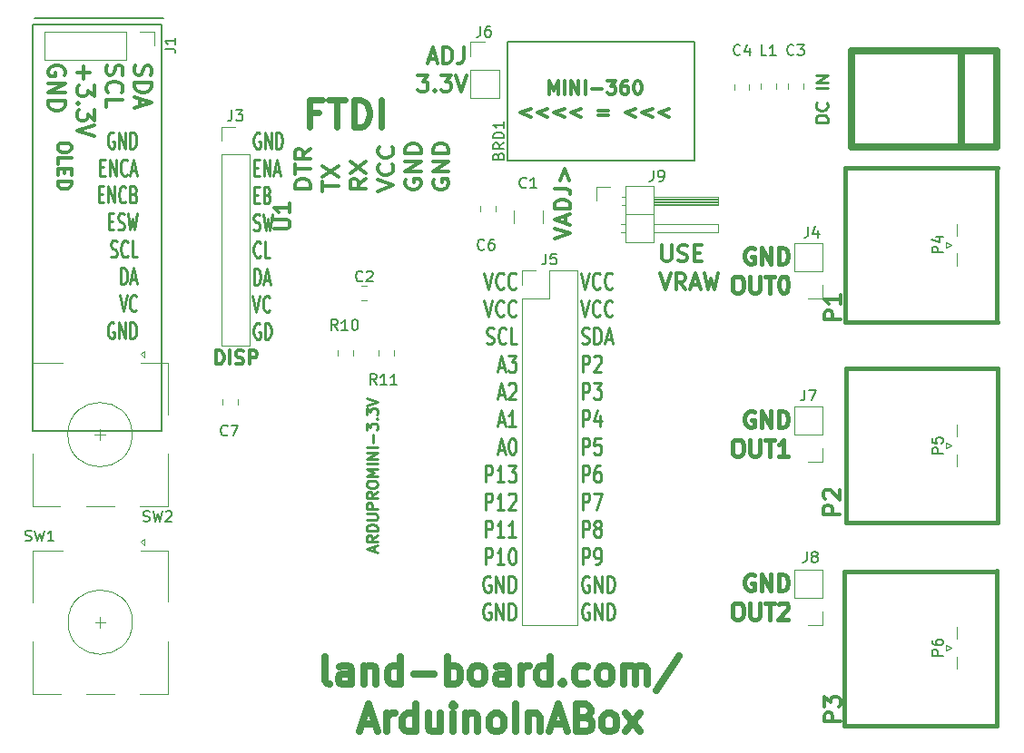
<source format=gbr>
G04 #@! TF.GenerationSoftware,KiCad,Pcbnew,(5.1.10)-1*
G04 #@! TF.CreationDate,2022-01-21T04:26:57-05:00*
G04 #@! TF.ProjectId,ArduinoInABox,41726475-696e-46f4-996e-41426f782e6b,1*
G04 #@! TF.SameCoordinates,Original*
G04 #@! TF.FileFunction,Legend,Top*
G04 #@! TF.FilePolarity,Positive*
%FSLAX46Y46*%
G04 Gerber Fmt 4.6, Leading zero omitted, Abs format (unit mm)*
G04 Created by KiCad (PCBNEW (5.1.10)-1) date 2022-01-21 04:26:57*
%MOMM*%
%LPD*%
G01*
G04 APERTURE LIST*
%ADD10C,0.375000*%
%ADD11C,0.317500*%
%ADD12C,0.368300*%
%ADD13C,0.285750*%
%ADD14C,0.250000*%
%ADD15C,0.381000*%
%ADD16C,0.150000*%
%ADD17C,0.558800*%
%ADD18C,0.635000*%
%ADD19C,0.120000*%
%ADD20C,0.650000*%
%ADD21C,0.304800*%
G04 APERTURE END LIST*
D10*
X134785392Y-32257500D02*
X135499678Y-32257500D01*
X134642535Y-32686071D02*
X135142535Y-31186071D01*
X135642535Y-32686071D01*
X136142535Y-32686071D02*
X136142535Y-31186071D01*
X136499678Y-31186071D01*
X136713964Y-31257500D01*
X136856821Y-31400357D01*
X136928250Y-31543214D01*
X136999678Y-31828928D01*
X136999678Y-32043214D01*
X136928250Y-32328928D01*
X136856821Y-32471785D01*
X136713964Y-32614642D01*
X136499678Y-32686071D01*
X136142535Y-32686071D01*
X138071107Y-31186071D02*
X138071107Y-32257500D01*
X137999678Y-32471785D01*
X137856821Y-32614642D01*
X137642535Y-32686071D01*
X137499678Y-32686071D01*
X133785392Y-33811071D02*
X134713964Y-33811071D01*
X134213964Y-34382500D01*
X134428250Y-34382500D01*
X134571107Y-34453928D01*
X134642535Y-34525357D01*
X134713964Y-34668214D01*
X134713964Y-35025357D01*
X134642535Y-35168214D01*
X134571107Y-35239642D01*
X134428250Y-35311071D01*
X133999678Y-35311071D01*
X133856821Y-35239642D01*
X133785392Y-35168214D01*
X135356821Y-35168214D02*
X135428250Y-35239642D01*
X135356821Y-35311071D01*
X135285392Y-35239642D01*
X135356821Y-35168214D01*
X135356821Y-35311071D01*
X135928250Y-33811071D02*
X136856821Y-33811071D01*
X136356821Y-34382500D01*
X136571107Y-34382500D01*
X136713964Y-34453928D01*
X136785392Y-34525357D01*
X136856821Y-34668214D01*
X136856821Y-35025357D01*
X136785392Y-35168214D01*
X136713964Y-35239642D01*
X136571107Y-35311071D01*
X136142535Y-35311071D01*
X135999678Y-35239642D01*
X135928250Y-35168214D01*
X137285392Y-33811071D02*
X137785392Y-35311071D01*
X138285392Y-33811071D01*
X156556892Y-49682071D02*
X156556892Y-50896357D01*
X156628321Y-51039214D01*
X156699750Y-51110642D01*
X156842607Y-51182071D01*
X157128321Y-51182071D01*
X157271178Y-51110642D01*
X157342607Y-51039214D01*
X157414035Y-50896357D01*
X157414035Y-49682071D01*
X158056892Y-51110642D02*
X158271178Y-51182071D01*
X158628321Y-51182071D01*
X158771178Y-51110642D01*
X158842607Y-51039214D01*
X158914035Y-50896357D01*
X158914035Y-50753500D01*
X158842607Y-50610642D01*
X158771178Y-50539214D01*
X158628321Y-50467785D01*
X158342607Y-50396357D01*
X158199750Y-50324928D01*
X158128321Y-50253500D01*
X158056892Y-50110642D01*
X158056892Y-49967785D01*
X158128321Y-49824928D01*
X158199750Y-49753500D01*
X158342607Y-49682071D01*
X158699750Y-49682071D01*
X158914035Y-49753500D01*
X159556892Y-50396357D02*
X160056892Y-50396357D01*
X160271178Y-51182071D02*
X159556892Y-51182071D01*
X159556892Y-49682071D01*
X160271178Y-49682071D01*
X156342607Y-52307071D02*
X156842607Y-53807071D01*
X157342607Y-52307071D01*
X158699750Y-53807071D02*
X158199750Y-53092785D01*
X157842607Y-53807071D02*
X157842607Y-52307071D01*
X158414035Y-52307071D01*
X158556892Y-52378500D01*
X158628321Y-52449928D01*
X158699750Y-52592785D01*
X158699750Y-52807071D01*
X158628321Y-52949928D01*
X158556892Y-53021357D01*
X158414035Y-53092785D01*
X157842607Y-53092785D01*
X159271178Y-53378500D02*
X159985464Y-53378500D01*
X159128321Y-53807071D02*
X159628321Y-52307071D01*
X160128321Y-53807071D01*
X160485464Y-52307071D02*
X160842607Y-53807071D01*
X161128321Y-52735642D01*
X161414035Y-53807071D01*
X161771178Y-52307071D01*
D11*
X107442130Y-32906336D02*
X107367140Y-33131308D01*
X107367140Y-33506260D01*
X107442130Y-33656241D01*
X107517121Y-33731232D01*
X107667102Y-33806222D01*
X107817083Y-33806222D01*
X107967064Y-33731232D01*
X108042054Y-33656241D01*
X108117045Y-33506260D01*
X108192035Y-33206298D01*
X108267026Y-33056317D01*
X108342016Y-32981327D01*
X108491997Y-32906336D01*
X108641978Y-32906336D01*
X108791959Y-32981327D01*
X108866950Y-33056317D01*
X108941940Y-33206298D01*
X108941940Y-33581251D01*
X108866950Y-33806222D01*
X107367140Y-34481136D02*
X108941940Y-34481136D01*
X108941940Y-34856089D01*
X108866950Y-35081060D01*
X108716969Y-35231041D01*
X108566988Y-35306032D01*
X108267026Y-35381022D01*
X108042054Y-35381022D01*
X107742092Y-35306032D01*
X107592111Y-35231041D01*
X107442130Y-35081060D01*
X107367140Y-34856089D01*
X107367140Y-34481136D01*
X107817083Y-35980946D02*
X107817083Y-36730851D01*
X107367140Y-35830965D02*
X108941940Y-36355898D01*
X107367140Y-36880832D01*
X104762430Y-32906336D02*
X104687440Y-33131308D01*
X104687440Y-33506260D01*
X104762430Y-33656241D01*
X104837421Y-33731232D01*
X104987402Y-33806222D01*
X105137383Y-33806222D01*
X105287364Y-33731232D01*
X105362354Y-33656241D01*
X105437345Y-33506260D01*
X105512335Y-33206298D01*
X105587326Y-33056317D01*
X105662316Y-32981327D01*
X105812297Y-32906336D01*
X105962278Y-32906336D01*
X106112259Y-32981327D01*
X106187250Y-33056317D01*
X106262240Y-33206298D01*
X106262240Y-33581251D01*
X106187250Y-33806222D01*
X104837421Y-35381022D02*
X104762430Y-35306032D01*
X104687440Y-35081060D01*
X104687440Y-34931079D01*
X104762430Y-34706108D01*
X104912411Y-34556127D01*
X105062392Y-34481136D01*
X105362354Y-34406146D01*
X105587326Y-34406146D01*
X105887288Y-34481136D01*
X106037269Y-34556127D01*
X106187250Y-34706108D01*
X106262240Y-34931079D01*
X106262240Y-35081060D01*
X106187250Y-35306032D01*
X106112259Y-35381022D01*
X104687440Y-36805841D02*
X104687440Y-36055936D01*
X106262240Y-36055936D01*
X102607664Y-32981327D02*
X102607664Y-34181175D01*
X102007740Y-33581251D02*
X103207588Y-33581251D01*
X103582540Y-34781098D02*
X103582540Y-35755975D01*
X102982616Y-35231041D01*
X102982616Y-35456013D01*
X102907626Y-35605994D01*
X102832635Y-35680984D01*
X102682654Y-35755975D01*
X102307702Y-35755975D01*
X102157721Y-35680984D01*
X102082730Y-35605994D01*
X102007740Y-35456013D01*
X102007740Y-35006070D01*
X102082730Y-34856089D01*
X102157721Y-34781098D01*
X102157721Y-36430889D02*
X102082730Y-36505879D01*
X102007740Y-36430889D01*
X102082730Y-36355898D01*
X102157721Y-36430889D01*
X102007740Y-36430889D01*
X103582540Y-37030813D02*
X103582540Y-38005689D01*
X102982616Y-37480755D01*
X102982616Y-37705727D01*
X102907626Y-37855708D01*
X102832635Y-37930698D01*
X102682654Y-38005689D01*
X102307702Y-38005689D01*
X102157721Y-37930698D01*
X102082730Y-37855708D01*
X102007740Y-37705727D01*
X102007740Y-37255784D01*
X102082730Y-37105803D01*
X102157721Y-37030813D01*
X103582540Y-38455632D02*
X102007740Y-38980565D01*
X103582540Y-39505498D01*
X100827850Y-33806222D02*
X100902840Y-33656241D01*
X100902840Y-33431270D01*
X100827850Y-33206298D01*
X100677869Y-33056317D01*
X100527888Y-32981327D01*
X100227926Y-32906336D01*
X100002954Y-32906336D01*
X99702992Y-32981327D01*
X99553011Y-33056317D01*
X99403030Y-33206298D01*
X99328040Y-33431270D01*
X99328040Y-33581251D01*
X99403030Y-33806222D01*
X99478021Y-33881213D01*
X100002954Y-33881213D01*
X100002954Y-33581251D01*
X99328040Y-34556127D02*
X100902840Y-34556127D01*
X99328040Y-35456013D01*
X100902840Y-35456013D01*
X99328040Y-36205917D02*
X100902840Y-36205917D01*
X100902840Y-36580870D01*
X100827850Y-36805841D01*
X100677869Y-36955822D01*
X100527888Y-37030813D01*
X100227926Y-37105803D01*
X100002954Y-37105803D01*
X99702992Y-37030813D01*
X99553011Y-36955822D01*
X99403030Y-36805841D01*
X99328040Y-36580870D01*
X99328040Y-36205917D01*
D10*
X146498571Y-49082321D02*
X147998571Y-48582321D01*
X146498571Y-48082321D01*
X147570000Y-47653750D02*
X147570000Y-46939464D01*
X147998571Y-47796607D02*
X146498571Y-47296607D01*
X147998571Y-46796607D01*
X147998571Y-46296607D02*
X146498571Y-46296607D01*
X146498571Y-45939464D01*
X146570000Y-45725178D01*
X146712857Y-45582321D01*
X146855714Y-45510892D01*
X147141428Y-45439464D01*
X147355714Y-45439464D01*
X147641428Y-45510892D01*
X147784285Y-45582321D01*
X147927142Y-45725178D01*
X147998571Y-45939464D01*
X147998571Y-46296607D01*
X146498571Y-44368035D02*
X147570000Y-44368035D01*
X147784285Y-44439464D01*
X147927142Y-44582321D01*
X147998571Y-44796607D01*
X147998571Y-44939464D01*
X146998571Y-43653750D02*
X147427142Y-42510892D01*
X147855714Y-43653750D01*
D12*
X123761197Y-44379652D02*
X122287997Y-44379652D01*
X122287997Y-43998700D01*
X122358150Y-43770128D01*
X122498454Y-43617747D01*
X122638759Y-43541557D01*
X122919369Y-43465366D01*
X123129826Y-43465366D01*
X123410435Y-43541557D01*
X123550740Y-43617747D01*
X123691045Y-43770128D01*
X123761197Y-43998700D01*
X123761197Y-44379652D01*
X122287997Y-43008224D02*
X122287997Y-42093938D01*
X123761197Y-42551081D02*
X122287997Y-42551081D01*
X123761197Y-40646319D02*
X123059673Y-41179652D01*
X123761197Y-41560605D02*
X122287997Y-41560605D01*
X122287997Y-40951081D01*
X122358150Y-40798700D01*
X122428302Y-40722509D01*
X122568607Y-40646319D01*
X122779064Y-40646319D01*
X122919369Y-40722509D01*
X122989521Y-40798700D01*
X123059673Y-40951081D01*
X123059673Y-41560605D01*
X124866097Y-44608224D02*
X124866097Y-43693938D01*
X126339297Y-44151081D02*
X124866097Y-44151081D01*
X124866097Y-43312985D02*
X126339297Y-42246319D01*
X124866097Y-42246319D02*
X126339297Y-43312985D01*
X128917397Y-43465366D02*
X128215873Y-43998700D01*
X128917397Y-44379652D02*
X127444197Y-44379652D01*
X127444197Y-43770128D01*
X127514350Y-43617747D01*
X127584502Y-43541557D01*
X127724807Y-43465366D01*
X127935264Y-43465366D01*
X128075569Y-43541557D01*
X128145721Y-43617747D01*
X128215873Y-43770128D01*
X128215873Y-44379652D01*
X127444197Y-42932033D02*
X128917397Y-41865366D01*
X127444197Y-41865366D02*
X128917397Y-42932033D01*
X130022297Y-44608224D02*
X131495497Y-44074890D01*
X130022297Y-43541557D01*
X131355192Y-42093938D02*
X131425345Y-42170128D01*
X131495497Y-42398700D01*
X131495497Y-42551081D01*
X131425345Y-42779652D01*
X131285040Y-42932033D01*
X131144735Y-43008224D01*
X130864126Y-43084414D01*
X130653669Y-43084414D01*
X130373059Y-43008224D01*
X130232754Y-42932033D01*
X130092450Y-42779652D01*
X130022297Y-42551081D01*
X130022297Y-42398700D01*
X130092450Y-42170128D01*
X130162602Y-42093938D01*
X131355192Y-40493938D02*
X131425345Y-40570128D01*
X131495497Y-40798700D01*
X131495497Y-40951081D01*
X131425345Y-41179652D01*
X131285040Y-41332033D01*
X131144735Y-41408224D01*
X130864126Y-41484414D01*
X130653669Y-41484414D01*
X130373059Y-41408224D01*
X130232754Y-41332033D01*
X130092450Y-41179652D01*
X130022297Y-40951081D01*
X130022297Y-40798700D01*
X130092450Y-40570128D01*
X130162602Y-40493938D01*
X132670550Y-43541557D02*
X132600397Y-43693938D01*
X132600397Y-43922509D01*
X132670550Y-44151081D01*
X132810854Y-44303462D01*
X132951159Y-44379652D01*
X133231769Y-44455843D01*
X133442226Y-44455843D01*
X133722835Y-44379652D01*
X133863140Y-44303462D01*
X134003445Y-44151081D01*
X134073597Y-43922509D01*
X134073597Y-43770128D01*
X134003445Y-43541557D01*
X133933292Y-43465366D01*
X133442226Y-43465366D01*
X133442226Y-43770128D01*
X134073597Y-42779652D02*
X132600397Y-42779652D01*
X134073597Y-41865366D01*
X132600397Y-41865366D01*
X134073597Y-41103462D02*
X132600397Y-41103462D01*
X132600397Y-40722509D01*
X132670550Y-40493938D01*
X132810854Y-40341557D01*
X132951159Y-40265366D01*
X133231769Y-40189176D01*
X133442226Y-40189176D01*
X133722835Y-40265366D01*
X133863140Y-40341557D01*
X134003445Y-40493938D01*
X134073597Y-40722509D01*
X134073597Y-41103462D01*
X135248650Y-43541557D02*
X135178497Y-43693938D01*
X135178497Y-43922509D01*
X135248650Y-44151081D01*
X135388954Y-44303462D01*
X135529259Y-44379652D01*
X135809869Y-44455843D01*
X136020326Y-44455843D01*
X136300935Y-44379652D01*
X136441240Y-44303462D01*
X136581545Y-44151081D01*
X136651697Y-43922509D01*
X136651697Y-43770128D01*
X136581545Y-43541557D01*
X136511392Y-43465366D01*
X136020326Y-43465366D01*
X136020326Y-43770128D01*
X136651697Y-42779652D02*
X135178497Y-42779652D01*
X136651697Y-41865366D01*
X135178497Y-41865366D01*
X136651697Y-41103462D02*
X135178497Y-41103462D01*
X135178497Y-40722509D01*
X135248650Y-40493938D01*
X135388954Y-40341557D01*
X135529259Y-40265366D01*
X135809869Y-40189176D01*
X136020326Y-40189176D01*
X136300935Y-40265366D01*
X136441240Y-40341557D01*
X136581545Y-40493938D01*
X136651697Y-40722509D01*
X136651697Y-41103462D01*
D13*
X148960794Y-52234928D02*
X149341794Y-53758928D01*
X149722794Y-52234928D01*
X150756937Y-53613785D02*
X150702508Y-53686357D01*
X150539223Y-53758928D01*
X150430366Y-53758928D01*
X150267080Y-53686357D01*
X150158223Y-53541214D01*
X150103794Y-53396071D01*
X150049366Y-53105785D01*
X150049366Y-52888071D01*
X150103794Y-52597785D01*
X150158223Y-52452642D01*
X150267080Y-52307500D01*
X150430366Y-52234928D01*
X150539223Y-52234928D01*
X150702508Y-52307500D01*
X150756937Y-52380071D01*
X151899937Y-53613785D02*
X151845508Y-53686357D01*
X151682223Y-53758928D01*
X151573366Y-53758928D01*
X151410080Y-53686357D01*
X151301223Y-53541214D01*
X151246794Y-53396071D01*
X151192366Y-53105785D01*
X151192366Y-52888071D01*
X151246794Y-52597785D01*
X151301223Y-52452642D01*
X151410080Y-52307500D01*
X151573366Y-52234928D01*
X151682223Y-52234928D01*
X151845508Y-52307500D01*
X151899937Y-52380071D01*
X148960794Y-54806678D02*
X149341794Y-56330678D01*
X149722794Y-54806678D01*
X150756937Y-56185535D02*
X150702508Y-56258107D01*
X150539223Y-56330678D01*
X150430366Y-56330678D01*
X150267080Y-56258107D01*
X150158223Y-56112964D01*
X150103794Y-55967821D01*
X150049366Y-55677535D01*
X150049366Y-55459821D01*
X150103794Y-55169535D01*
X150158223Y-55024392D01*
X150267080Y-54879250D01*
X150430366Y-54806678D01*
X150539223Y-54806678D01*
X150702508Y-54879250D01*
X150756937Y-54951821D01*
X151899937Y-56185535D02*
X151845508Y-56258107D01*
X151682223Y-56330678D01*
X151573366Y-56330678D01*
X151410080Y-56258107D01*
X151301223Y-56112964D01*
X151246794Y-55967821D01*
X151192366Y-55677535D01*
X151192366Y-55459821D01*
X151246794Y-55169535D01*
X151301223Y-55024392D01*
X151410080Y-54879250D01*
X151573366Y-54806678D01*
X151682223Y-54806678D01*
X151845508Y-54879250D01*
X151899937Y-54951821D01*
X149069651Y-58829857D02*
X149232937Y-58902428D01*
X149505080Y-58902428D01*
X149613937Y-58829857D01*
X149668366Y-58757285D01*
X149722794Y-58612142D01*
X149722794Y-58467000D01*
X149668366Y-58321857D01*
X149613937Y-58249285D01*
X149505080Y-58176714D01*
X149287366Y-58104142D01*
X149178508Y-58031571D01*
X149124080Y-57959000D01*
X149069651Y-57813857D01*
X149069651Y-57668714D01*
X149124080Y-57523571D01*
X149178508Y-57451000D01*
X149287366Y-57378428D01*
X149559508Y-57378428D01*
X149722794Y-57451000D01*
X150212651Y-58902428D02*
X150212651Y-57378428D01*
X150484794Y-57378428D01*
X150648080Y-57451000D01*
X150756937Y-57596142D01*
X150811366Y-57741285D01*
X150865794Y-58031571D01*
X150865794Y-58249285D01*
X150811366Y-58539571D01*
X150756937Y-58684714D01*
X150648080Y-58829857D01*
X150484794Y-58902428D01*
X150212651Y-58902428D01*
X151301223Y-58467000D02*
X151845508Y-58467000D01*
X151192366Y-58902428D02*
X151573366Y-57378428D01*
X151954366Y-58902428D01*
X149124080Y-61474178D02*
X149124080Y-59950178D01*
X149559508Y-59950178D01*
X149668366Y-60022750D01*
X149722794Y-60095321D01*
X149777223Y-60240464D01*
X149777223Y-60458178D01*
X149722794Y-60603321D01*
X149668366Y-60675892D01*
X149559508Y-60748464D01*
X149124080Y-60748464D01*
X150212651Y-60095321D02*
X150267080Y-60022750D01*
X150375937Y-59950178D01*
X150648080Y-59950178D01*
X150756937Y-60022750D01*
X150811366Y-60095321D01*
X150865794Y-60240464D01*
X150865794Y-60385607D01*
X150811366Y-60603321D01*
X150158223Y-61474178D01*
X150865794Y-61474178D01*
X149124080Y-64045928D02*
X149124080Y-62521928D01*
X149559508Y-62521928D01*
X149668366Y-62594500D01*
X149722794Y-62667071D01*
X149777223Y-62812214D01*
X149777223Y-63029928D01*
X149722794Y-63175071D01*
X149668366Y-63247642D01*
X149559508Y-63320214D01*
X149124080Y-63320214D01*
X150158223Y-62521928D02*
X150865794Y-62521928D01*
X150484794Y-63102500D01*
X150648080Y-63102500D01*
X150756937Y-63175071D01*
X150811366Y-63247642D01*
X150865794Y-63392785D01*
X150865794Y-63755642D01*
X150811366Y-63900785D01*
X150756937Y-63973357D01*
X150648080Y-64045928D01*
X150321508Y-64045928D01*
X150212651Y-63973357D01*
X150158223Y-63900785D01*
X149124080Y-66617678D02*
X149124080Y-65093678D01*
X149559508Y-65093678D01*
X149668366Y-65166250D01*
X149722794Y-65238821D01*
X149777223Y-65383964D01*
X149777223Y-65601678D01*
X149722794Y-65746821D01*
X149668366Y-65819392D01*
X149559508Y-65891964D01*
X149124080Y-65891964D01*
X150756937Y-65601678D02*
X150756937Y-66617678D01*
X150484794Y-65021107D02*
X150212651Y-66109678D01*
X150920223Y-66109678D01*
X149124080Y-69189428D02*
X149124080Y-67665428D01*
X149559508Y-67665428D01*
X149668366Y-67738000D01*
X149722794Y-67810571D01*
X149777223Y-67955714D01*
X149777223Y-68173428D01*
X149722794Y-68318571D01*
X149668366Y-68391142D01*
X149559508Y-68463714D01*
X149124080Y-68463714D01*
X150811366Y-67665428D02*
X150267080Y-67665428D01*
X150212651Y-68391142D01*
X150267080Y-68318571D01*
X150375937Y-68246000D01*
X150648080Y-68246000D01*
X150756937Y-68318571D01*
X150811366Y-68391142D01*
X150865794Y-68536285D01*
X150865794Y-68899142D01*
X150811366Y-69044285D01*
X150756937Y-69116857D01*
X150648080Y-69189428D01*
X150375937Y-69189428D01*
X150267080Y-69116857D01*
X150212651Y-69044285D01*
X149124080Y-71761178D02*
X149124080Y-70237178D01*
X149559508Y-70237178D01*
X149668366Y-70309750D01*
X149722794Y-70382321D01*
X149777223Y-70527464D01*
X149777223Y-70745178D01*
X149722794Y-70890321D01*
X149668366Y-70962892D01*
X149559508Y-71035464D01*
X149124080Y-71035464D01*
X150756937Y-70237178D02*
X150539223Y-70237178D01*
X150430366Y-70309750D01*
X150375937Y-70382321D01*
X150267080Y-70600035D01*
X150212651Y-70890321D01*
X150212651Y-71470892D01*
X150267080Y-71616035D01*
X150321508Y-71688607D01*
X150430366Y-71761178D01*
X150648080Y-71761178D01*
X150756937Y-71688607D01*
X150811366Y-71616035D01*
X150865794Y-71470892D01*
X150865794Y-71108035D01*
X150811366Y-70962892D01*
X150756937Y-70890321D01*
X150648080Y-70817750D01*
X150430366Y-70817750D01*
X150321508Y-70890321D01*
X150267080Y-70962892D01*
X150212651Y-71108035D01*
X149124080Y-74332928D02*
X149124080Y-72808928D01*
X149559508Y-72808928D01*
X149668366Y-72881500D01*
X149722794Y-72954071D01*
X149777223Y-73099214D01*
X149777223Y-73316928D01*
X149722794Y-73462071D01*
X149668366Y-73534642D01*
X149559508Y-73607214D01*
X149124080Y-73607214D01*
X150158223Y-72808928D02*
X150920223Y-72808928D01*
X150430366Y-74332928D01*
X149124080Y-76904678D02*
X149124080Y-75380678D01*
X149559508Y-75380678D01*
X149668366Y-75453250D01*
X149722794Y-75525821D01*
X149777223Y-75670964D01*
X149777223Y-75888678D01*
X149722794Y-76033821D01*
X149668366Y-76106392D01*
X149559508Y-76178964D01*
X149124080Y-76178964D01*
X150430366Y-76033821D02*
X150321508Y-75961250D01*
X150267080Y-75888678D01*
X150212651Y-75743535D01*
X150212651Y-75670964D01*
X150267080Y-75525821D01*
X150321508Y-75453250D01*
X150430366Y-75380678D01*
X150648080Y-75380678D01*
X150756937Y-75453250D01*
X150811366Y-75525821D01*
X150865794Y-75670964D01*
X150865794Y-75743535D01*
X150811366Y-75888678D01*
X150756937Y-75961250D01*
X150648080Y-76033821D01*
X150430366Y-76033821D01*
X150321508Y-76106392D01*
X150267080Y-76178964D01*
X150212651Y-76324107D01*
X150212651Y-76614392D01*
X150267080Y-76759535D01*
X150321508Y-76832107D01*
X150430366Y-76904678D01*
X150648080Y-76904678D01*
X150756937Y-76832107D01*
X150811366Y-76759535D01*
X150865794Y-76614392D01*
X150865794Y-76324107D01*
X150811366Y-76178964D01*
X150756937Y-76106392D01*
X150648080Y-76033821D01*
X149124080Y-79476428D02*
X149124080Y-77952428D01*
X149559508Y-77952428D01*
X149668366Y-78025000D01*
X149722794Y-78097571D01*
X149777223Y-78242714D01*
X149777223Y-78460428D01*
X149722794Y-78605571D01*
X149668366Y-78678142D01*
X149559508Y-78750714D01*
X149124080Y-78750714D01*
X150321508Y-79476428D02*
X150539223Y-79476428D01*
X150648080Y-79403857D01*
X150702508Y-79331285D01*
X150811366Y-79113571D01*
X150865794Y-78823285D01*
X150865794Y-78242714D01*
X150811366Y-78097571D01*
X150756937Y-78025000D01*
X150648080Y-77952428D01*
X150430366Y-77952428D01*
X150321508Y-78025000D01*
X150267080Y-78097571D01*
X150212651Y-78242714D01*
X150212651Y-78605571D01*
X150267080Y-78750714D01*
X150321508Y-78823285D01*
X150430366Y-78895857D01*
X150648080Y-78895857D01*
X150756937Y-78823285D01*
X150811366Y-78750714D01*
X150865794Y-78605571D01*
X149722794Y-80596750D02*
X149613937Y-80524178D01*
X149450651Y-80524178D01*
X149287366Y-80596750D01*
X149178508Y-80741892D01*
X149124080Y-80887035D01*
X149069651Y-81177321D01*
X149069651Y-81395035D01*
X149124080Y-81685321D01*
X149178508Y-81830464D01*
X149287366Y-81975607D01*
X149450651Y-82048178D01*
X149559508Y-82048178D01*
X149722794Y-81975607D01*
X149777223Y-81903035D01*
X149777223Y-81395035D01*
X149559508Y-81395035D01*
X150267080Y-82048178D02*
X150267080Y-80524178D01*
X150920223Y-82048178D01*
X150920223Y-80524178D01*
X151464508Y-82048178D02*
X151464508Y-80524178D01*
X151736651Y-80524178D01*
X151899937Y-80596750D01*
X152008794Y-80741892D01*
X152063223Y-80887035D01*
X152117651Y-81177321D01*
X152117651Y-81395035D01*
X152063223Y-81685321D01*
X152008794Y-81830464D01*
X151899937Y-81975607D01*
X151736651Y-82048178D01*
X151464508Y-82048178D01*
X149722794Y-83168500D02*
X149613937Y-83095928D01*
X149450651Y-83095928D01*
X149287366Y-83168500D01*
X149178508Y-83313642D01*
X149124080Y-83458785D01*
X149069651Y-83749071D01*
X149069651Y-83966785D01*
X149124080Y-84257071D01*
X149178508Y-84402214D01*
X149287366Y-84547357D01*
X149450651Y-84619928D01*
X149559508Y-84619928D01*
X149722794Y-84547357D01*
X149777223Y-84474785D01*
X149777223Y-83966785D01*
X149559508Y-83966785D01*
X150267080Y-84619928D02*
X150267080Y-83095928D01*
X150920223Y-84619928D01*
X150920223Y-83095928D01*
X151464508Y-84619928D02*
X151464508Y-83095928D01*
X151736651Y-83095928D01*
X151899937Y-83168500D01*
X152008794Y-83313642D01*
X152063223Y-83458785D01*
X152117651Y-83749071D01*
X152117651Y-83966785D01*
X152063223Y-84257071D01*
X152008794Y-84402214D01*
X151899937Y-84547357D01*
X151736651Y-84619928D01*
X151464508Y-84619928D01*
X139964205Y-52234928D02*
X140345205Y-53758928D01*
X140726205Y-52234928D01*
X141760348Y-53613785D02*
X141705919Y-53686357D01*
X141542633Y-53758928D01*
X141433776Y-53758928D01*
X141270491Y-53686357D01*
X141161633Y-53541214D01*
X141107205Y-53396071D01*
X141052776Y-53105785D01*
X141052776Y-52888071D01*
X141107205Y-52597785D01*
X141161633Y-52452642D01*
X141270491Y-52307500D01*
X141433776Y-52234928D01*
X141542633Y-52234928D01*
X141705919Y-52307500D01*
X141760348Y-52380071D01*
X142903348Y-53613785D02*
X142848919Y-53686357D01*
X142685633Y-53758928D01*
X142576776Y-53758928D01*
X142413491Y-53686357D01*
X142304633Y-53541214D01*
X142250205Y-53396071D01*
X142195776Y-53105785D01*
X142195776Y-52888071D01*
X142250205Y-52597785D01*
X142304633Y-52452642D01*
X142413491Y-52307500D01*
X142576776Y-52234928D01*
X142685633Y-52234928D01*
X142848919Y-52307500D01*
X142903348Y-52380071D01*
X139964205Y-54806678D02*
X140345205Y-56330678D01*
X140726205Y-54806678D01*
X141760348Y-56185535D02*
X141705919Y-56258107D01*
X141542633Y-56330678D01*
X141433776Y-56330678D01*
X141270491Y-56258107D01*
X141161633Y-56112964D01*
X141107205Y-55967821D01*
X141052776Y-55677535D01*
X141052776Y-55459821D01*
X141107205Y-55169535D01*
X141161633Y-55024392D01*
X141270491Y-54879250D01*
X141433776Y-54806678D01*
X141542633Y-54806678D01*
X141705919Y-54879250D01*
X141760348Y-54951821D01*
X142903348Y-56185535D02*
X142848919Y-56258107D01*
X142685633Y-56330678D01*
X142576776Y-56330678D01*
X142413491Y-56258107D01*
X142304633Y-56112964D01*
X142250205Y-55967821D01*
X142195776Y-55677535D01*
X142195776Y-55459821D01*
X142250205Y-55169535D01*
X142304633Y-55024392D01*
X142413491Y-54879250D01*
X142576776Y-54806678D01*
X142685633Y-54806678D01*
X142848919Y-54879250D01*
X142903348Y-54951821D01*
X140181919Y-58829857D02*
X140345205Y-58902428D01*
X140617348Y-58902428D01*
X140726205Y-58829857D01*
X140780633Y-58757285D01*
X140835062Y-58612142D01*
X140835062Y-58467000D01*
X140780633Y-58321857D01*
X140726205Y-58249285D01*
X140617348Y-58176714D01*
X140399633Y-58104142D01*
X140290776Y-58031571D01*
X140236348Y-57959000D01*
X140181919Y-57813857D01*
X140181919Y-57668714D01*
X140236348Y-57523571D01*
X140290776Y-57451000D01*
X140399633Y-57378428D01*
X140671776Y-57378428D01*
X140835062Y-57451000D01*
X141978062Y-58757285D02*
X141923633Y-58829857D01*
X141760348Y-58902428D01*
X141651491Y-58902428D01*
X141488205Y-58829857D01*
X141379348Y-58684714D01*
X141324919Y-58539571D01*
X141270491Y-58249285D01*
X141270491Y-58031571D01*
X141324919Y-57741285D01*
X141379348Y-57596142D01*
X141488205Y-57451000D01*
X141651491Y-57378428D01*
X141760348Y-57378428D01*
X141923633Y-57451000D01*
X141978062Y-57523571D01*
X143012205Y-58902428D02*
X142467919Y-58902428D01*
X142467919Y-57378428D01*
X141270491Y-61038750D02*
X141814776Y-61038750D01*
X141161633Y-61474178D02*
X141542633Y-59950178D01*
X141923633Y-61474178D01*
X142195776Y-59950178D02*
X142903348Y-59950178D01*
X142522348Y-60530750D01*
X142685633Y-60530750D01*
X142794491Y-60603321D01*
X142848919Y-60675892D01*
X142903348Y-60821035D01*
X142903348Y-61183892D01*
X142848919Y-61329035D01*
X142794491Y-61401607D01*
X142685633Y-61474178D01*
X142359062Y-61474178D01*
X142250205Y-61401607D01*
X142195776Y-61329035D01*
X141270491Y-63610500D02*
X141814776Y-63610500D01*
X141161633Y-64045928D02*
X141542633Y-62521928D01*
X141923633Y-64045928D01*
X142250205Y-62667071D02*
X142304633Y-62594500D01*
X142413491Y-62521928D01*
X142685633Y-62521928D01*
X142794491Y-62594500D01*
X142848919Y-62667071D01*
X142903348Y-62812214D01*
X142903348Y-62957357D01*
X142848919Y-63175071D01*
X142195776Y-64045928D01*
X142903348Y-64045928D01*
X141270491Y-66182250D02*
X141814776Y-66182250D01*
X141161633Y-66617678D02*
X141542633Y-65093678D01*
X141923633Y-66617678D01*
X142903348Y-66617678D02*
X142250205Y-66617678D01*
X142576776Y-66617678D02*
X142576776Y-65093678D01*
X142467919Y-65311392D01*
X142359062Y-65456535D01*
X142250205Y-65529107D01*
X141270491Y-68754000D02*
X141814776Y-68754000D01*
X141161633Y-69189428D02*
X141542633Y-67665428D01*
X141923633Y-69189428D01*
X142522348Y-67665428D02*
X142631205Y-67665428D01*
X142740062Y-67738000D01*
X142794491Y-67810571D01*
X142848919Y-67955714D01*
X142903348Y-68246000D01*
X142903348Y-68608857D01*
X142848919Y-68899142D01*
X142794491Y-69044285D01*
X142740062Y-69116857D01*
X142631205Y-69189428D01*
X142522348Y-69189428D01*
X142413491Y-69116857D01*
X142359062Y-69044285D01*
X142304633Y-68899142D01*
X142250205Y-68608857D01*
X142250205Y-68246000D01*
X142304633Y-67955714D01*
X142359062Y-67810571D01*
X142413491Y-67738000D01*
X142522348Y-67665428D01*
X140073062Y-71761178D02*
X140073062Y-70237178D01*
X140508491Y-70237178D01*
X140617348Y-70309750D01*
X140671776Y-70382321D01*
X140726205Y-70527464D01*
X140726205Y-70745178D01*
X140671776Y-70890321D01*
X140617348Y-70962892D01*
X140508491Y-71035464D01*
X140073062Y-71035464D01*
X141814776Y-71761178D02*
X141161633Y-71761178D01*
X141488205Y-71761178D02*
X141488205Y-70237178D01*
X141379348Y-70454892D01*
X141270491Y-70600035D01*
X141161633Y-70672607D01*
X142195776Y-70237178D02*
X142903348Y-70237178D01*
X142522348Y-70817750D01*
X142685633Y-70817750D01*
X142794491Y-70890321D01*
X142848919Y-70962892D01*
X142903348Y-71108035D01*
X142903348Y-71470892D01*
X142848919Y-71616035D01*
X142794491Y-71688607D01*
X142685633Y-71761178D01*
X142359062Y-71761178D01*
X142250205Y-71688607D01*
X142195776Y-71616035D01*
X140073062Y-74332928D02*
X140073062Y-72808928D01*
X140508491Y-72808928D01*
X140617348Y-72881500D01*
X140671776Y-72954071D01*
X140726205Y-73099214D01*
X140726205Y-73316928D01*
X140671776Y-73462071D01*
X140617348Y-73534642D01*
X140508491Y-73607214D01*
X140073062Y-73607214D01*
X141814776Y-74332928D02*
X141161633Y-74332928D01*
X141488205Y-74332928D02*
X141488205Y-72808928D01*
X141379348Y-73026642D01*
X141270491Y-73171785D01*
X141161633Y-73244357D01*
X142250205Y-72954071D02*
X142304633Y-72881500D01*
X142413491Y-72808928D01*
X142685633Y-72808928D01*
X142794491Y-72881500D01*
X142848919Y-72954071D01*
X142903348Y-73099214D01*
X142903348Y-73244357D01*
X142848919Y-73462071D01*
X142195776Y-74332928D01*
X142903348Y-74332928D01*
X140073062Y-76904678D02*
X140073062Y-75380678D01*
X140508491Y-75380678D01*
X140617348Y-75453250D01*
X140671776Y-75525821D01*
X140726205Y-75670964D01*
X140726205Y-75888678D01*
X140671776Y-76033821D01*
X140617348Y-76106392D01*
X140508491Y-76178964D01*
X140073062Y-76178964D01*
X141814776Y-76904678D02*
X141161633Y-76904678D01*
X141488205Y-76904678D02*
X141488205Y-75380678D01*
X141379348Y-75598392D01*
X141270491Y-75743535D01*
X141161633Y-75816107D01*
X142903348Y-76904678D02*
X142250205Y-76904678D01*
X142576776Y-76904678D02*
X142576776Y-75380678D01*
X142467919Y-75598392D01*
X142359062Y-75743535D01*
X142250205Y-75816107D01*
X140073062Y-79476428D02*
X140073062Y-77952428D01*
X140508491Y-77952428D01*
X140617348Y-78025000D01*
X140671776Y-78097571D01*
X140726205Y-78242714D01*
X140726205Y-78460428D01*
X140671776Y-78605571D01*
X140617348Y-78678142D01*
X140508491Y-78750714D01*
X140073062Y-78750714D01*
X141814776Y-79476428D02*
X141161633Y-79476428D01*
X141488205Y-79476428D02*
X141488205Y-77952428D01*
X141379348Y-78170142D01*
X141270491Y-78315285D01*
X141161633Y-78387857D01*
X142522348Y-77952428D02*
X142631205Y-77952428D01*
X142740062Y-78025000D01*
X142794491Y-78097571D01*
X142848919Y-78242714D01*
X142903348Y-78533000D01*
X142903348Y-78895857D01*
X142848919Y-79186142D01*
X142794491Y-79331285D01*
X142740062Y-79403857D01*
X142631205Y-79476428D01*
X142522348Y-79476428D01*
X142413491Y-79403857D01*
X142359062Y-79331285D01*
X142304633Y-79186142D01*
X142250205Y-78895857D01*
X142250205Y-78533000D01*
X142304633Y-78242714D01*
X142359062Y-78097571D01*
X142413491Y-78025000D01*
X142522348Y-77952428D01*
X140508491Y-80596750D02*
X140399633Y-80524178D01*
X140236348Y-80524178D01*
X140073062Y-80596750D01*
X139964205Y-80741892D01*
X139909776Y-80887035D01*
X139855348Y-81177321D01*
X139855348Y-81395035D01*
X139909776Y-81685321D01*
X139964205Y-81830464D01*
X140073062Y-81975607D01*
X140236348Y-82048178D01*
X140345205Y-82048178D01*
X140508491Y-81975607D01*
X140562919Y-81903035D01*
X140562919Y-81395035D01*
X140345205Y-81395035D01*
X141052776Y-82048178D02*
X141052776Y-80524178D01*
X141705919Y-82048178D01*
X141705919Y-80524178D01*
X142250205Y-82048178D02*
X142250205Y-80524178D01*
X142522348Y-80524178D01*
X142685633Y-80596750D01*
X142794491Y-80741892D01*
X142848919Y-80887035D01*
X142903348Y-81177321D01*
X142903348Y-81395035D01*
X142848919Y-81685321D01*
X142794491Y-81830464D01*
X142685633Y-81975607D01*
X142522348Y-82048178D01*
X142250205Y-82048178D01*
X140508491Y-83168500D02*
X140399633Y-83095928D01*
X140236348Y-83095928D01*
X140073062Y-83168500D01*
X139964205Y-83313642D01*
X139909776Y-83458785D01*
X139855348Y-83749071D01*
X139855348Y-83966785D01*
X139909776Y-84257071D01*
X139964205Y-84402214D01*
X140073062Y-84547357D01*
X140236348Y-84619928D01*
X140345205Y-84619928D01*
X140508491Y-84547357D01*
X140562919Y-84474785D01*
X140562919Y-83966785D01*
X140345205Y-83966785D01*
X141052776Y-84619928D02*
X141052776Y-83095928D01*
X141705919Y-84619928D01*
X141705919Y-83095928D01*
X142250205Y-84619928D02*
X142250205Y-83095928D01*
X142522348Y-83095928D01*
X142685633Y-83168500D01*
X142794491Y-83313642D01*
X142848919Y-83458785D01*
X142903348Y-83749071D01*
X142903348Y-83966785D01*
X142848919Y-84257071D01*
X142794491Y-84402214D01*
X142685633Y-84547357D01*
X142522348Y-84619928D01*
X142250205Y-84619928D01*
D11*
X114965238Y-60772523D02*
X114965238Y-59502523D01*
X115267619Y-59502523D01*
X115449047Y-59563000D01*
X115570000Y-59683952D01*
X115630476Y-59804904D01*
X115690952Y-60046809D01*
X115690952Y-60228238D01*
X115630476Y-60470142D01*
X115570000Y-60591095D01*
X115449047Y-60712047D01*
X115267619Y-60772523D01*
X114965238Y-60772523D01*
X116235238Y-60772523D02*
X116235238Y-59502523D01*
X116779523Y-60712047D02*
X116960952Y-60772523D01*
X117263333Y-60772523D01*
X117384285Y-60712047D01*
X117444761Y-60651571D01*
X117505238Y-60530619D01*
X117505238Y-60409666D01*
X117444761Y-60288714D01*
X117384285Y-60228238D01*
X117263333Y-60167761D01*
X117021428Y-60107285D01*
X116900476Y-60046809D01*
X116840000Y-59986333D01*
X116779523Y-59865380D01*
X116779523Y-59744428D01*
X116840000Y-59623476D01*
X116900476Y-59563000D01*
X117021428Y-59502523D01*
X117323809Y-59502523D01*
X117505238Y-59563000D01*
X118049523Y-60772523D02*
X118049523Y-59502523D01*
X118533333Y-59502523D01*
X118654285Y-59563000D01*
X118714761Y-59623476D01*
X118775238Y-59744428D01*
X118775238Y-59925857D01*
X118714761Y-60046809D01*
X118654285Y-60107285D01*
X118533333Y-60167761D01*
X118049523Y-60167761D01*
D14*
X119034404Y-39232800D02*
X118939166Y-39160228D01*
X118796309Y-39160228D01*
X118653452Y-39232800D01*
X118558214Y-39377942D01*
X118510595Y-39523085D01*
X118462976Y-39813371D01*
X118462976Y-40031085D01*
X118510595Y-40321371D01*
X118558214Y-40466514D01*
X118653452Y-40611657D01*
X118796309Y-40684228D01*
X118891547Y-40684228D01*
X119034404Y-40611657D01*
X119082023Y-40539085D01*
X119082023Y-40031085D01*
X118891547Y-40031085D01*
X119510595Y-40684228D02*
X119510595Y-39160228D01*
X120082023Y-40684228D01*
X120082023Y-39160228D01*
X120558214Y-40684228D02*
X120558214Y-39160228D01*
X120796309Y-39160228D01*
X120939166Y-39232800D01*
X121034404Y-39377942D01*
X121082023Y-39523085D01*
X121129642Y-39813371D01*
X121129642Y-40031085D01*
X121082023Y-40321371D01*
X121034404Y-40466514D01*
X120939166Y-40611657D01*
X120796309Y-40684228D01*
X120558214Y-40684228D01*
X118510595Y-42421942D02*
X118843928Y-42421942D01*
X118986785Y-43220228D02*
X118510595Y-43220228D01*
X118510595Y-41696228D01*
X118986785Y-41696228D01*
X119415357Y-43220228D02*
X119415357Y-41696228D01*
X119986785Y-43220228D01*
X119986785Y-41696228D01*
X120415357Y-42784800D02*
X120891547Y-42784800D01*
X120320119Y-43220228D02*
X120653452Y-41696228D01*
X120986785Y-43220228D01*
X118510595Y-44957942D02*
X118843928Y-44957942D01*
X118986785Y-45756228D02*
X118510595Y-45756228D01*
X118510595Y-44232228D01*
X118986785Y-44232228D01*
X119748690Y-44957942D02*
X119891547Y-45030514D01*
X119939166Y-45103085D01*
X119986785Y-45248228D01*
X119986785Y-45465942D01*
X119939166Y-45611085D01*
X119891547Y-45683657D01*
X119796309Y-45756228D01*
X119415357Y-45756228D01*
X119415357Y-44232228D01*
X119748690Y-44232228D01*
X119843928Y-44304800D01*
X119891547Y-44377371D01*
X119939166Y-44522514D01*
X119939166Y-44667657D01*
X119891547Y-44812800D01*
X119843928Y-44885371D01*
X119748690Y-44957942D01*
X119415357Y-44957942D01*
X118462976Y-48219657D02*
X118605833Y-48292228D01*
X118843928Y-48292228D01*
X118939166Y-48219657D01*
X118986785Y-48147085D01*
X119034404Y-48001942D01*
X119034404Y-47856800D01*
X118986785Y-47711657D01*
X118939166Y-47639085D01*
X118843928Y-47566514D01*
X118653452Y-47493942D01*
X118558214Y-47421371D01*
X118510595Y-47348800D01*
X118462976Y-47203657D01*
X118462976Y-47058514D01*
X118510595Y-46913371D01*
X118558214Y-46840800D01*
X118653452Y-46768228D01*
X118891547Y-46768228D01*
X119034404Y-46840800D01*
X119367738Y-46768228D02*
X119605833Y-48292228D01*
X119796309Y-47203657D01*
X119986785Y-48292228D01*
X120224880Y-46768228D01*
X119082023Y-50683085D02*
X119034404Y-50755657D01*
X118891547Y-50828228D01*
X118796309Y-50828228D01*
X118653452Y-50755657D01*
X118558214Y-50610514D01*
X118510595Y-50465371D01*
X118462976Y-50175085D01*
X118462976Y-49957371D01*
X118510595Y-49667085D01*
X118558214Y-49521942D01*
X118653452Y-49376800D01*
X118796309Y-49304228D01*
X118891547Y-49304228D01*
X119034404Y-49376800D01*
X119082023Y-49449371D01*
X119986785Y-50828228D02*
X119510595Y-50828228D01*
X119510595Y-49304228D01*
X118510595Y-53364228D02*
X118510595Y-51840228D01*
X118748690Y-51840228D01*
X118891547Y-51912800D01*
X118986785Y-52057942D01*
X119034404Y-52203085D01*
X119082023Y-52493371D01*
X119082023Y-52711085D01*
X119034404Y-53001371D01*
X118986785Y-53146514D01*
X118891547Y-53291657D01*
X118748690Y-53364228D01*
X118510595Y-53364228D01*
X119462976Y-52928800D02*
X119939166Y-52928800D01*
X119367738Y-53364228D02*
X119701071Y-51840228D01*
X120034404Y-53364228D01*
X118367738Y-54376228D02*
X118701071Y-55900228D01*
X119034404Y-54376228D01*
X119939166Y-55755085D02*
X119891547Y-55827657D01*
X119748690Y-55900228D01*
X119653452Y-55900228D01*
X119510595Y-55827657D01*
X119415357Y-55682514D01*
X119367738Y-55537371D01*
X119320119Y-55247085D01*
X119320119Y-55029371D01*
X119367738Y-54739085D01*
X119415357Y-54593942D01*
X119510595Y-54448800D01*
X119653452Y-54376228D01*
X119748690Y-54376228D01*
X119891547Y-54448800D01*
X119939166Y-54521371D01*
X119034404Y-56984800D02*
X118939166Y-56912228D01*
X118796309Y-56912228D01*
X118653452Y-56984800D01*
X118558214Y-57129942D01*
X118510595Y-57275085D01*
X118462976Y-57565371D01*
X118462976Y-57783085D01*
X118510595Y-58073371D01*
X118558214Y-58218514D01*
X118653452Y-58363657D01*
X118796309Y-58436228D01*
X118891547Y-58436228D01*
X119034404Y-58363657D01*
X119082023Y-58291085D01*
X119082023Y-57783085D01*
X118891547Y-57783085D01*
X119510595Y-58436228D02*
X119510595Y-56912228D01*
X119748690Y-56912228D01*
X119891547Y-56984800D01*
X119986785Y-57129942D01*
X120034404Y-57275085D01*
X120082023Y-57565371D01*
X120082023Y-57783085D01*
X120034404Y-58073371D01*
X119986785Y-58218514D01*
X119891547Y-58363657D01*
X119748690Y-58436228D01*
X119510595Y-58436228D01*
D11*
X101453476Y-40422276D02*
X101453476Y-40664180D01*
X101393000Y-40785133D01*
X101272047Y-40906085D01*
X101030142Y-40966561D01*
X100606809Y-40966561D01*
X100364904Y-40906085D01*
X100243952Y-40785133D01*
X100183476Y-40664180D01*
X100183476Y-40422276D01*
X100243952Y-40301323D01*
X100364904Y-40180371D01*
X100606809Y-40119895D01*
X101030142Y-40119895D01*
X101272047Y-40180371D01*
X101393000Y-40301323D01*
X101453476Y-40422276D01*
X100183476Y-42115609D02*
X100183476Y-41510847D01*
X101453476Y-41510847D01*
X100848714Y-42538942D02*
X100848714Y-42962276D01*
X100183476Y-43143704D02*
X100183476Y-42538942D01*
X101453476Y-42538942D01*
X101453476Y-43143704D01*
X100183476Y-43687990D02*
X101453476Y-43687990D01*
X101453476Y-43990371D01*
X101393000Y-44171800D01*
X101272047Y-44292752D01*
X101151095Y-44353228D01*
X100909190Y-44413704D01*
X100727761Y-44413704D01*
X100485857Y-44353228D01*
X100364904Y-44292752D01*
X100243952Y-44171800D01*
X100183476Y-43990371D01*
X100183476Y-43687990D01*
D13*
X172017071Y-38177142D02*
X170874071Y-38177142D01*
X170874071Y-37905000D01*
X170928500Y-37741714D01*
X171037357Y-37632857D01*
X171146214Y-37578428D01*
X171363928Y-37524000D01*
X171527214Y-37524000D01*
X171744928Y-37578428D01*
X171853785Y-37632857D01*
X171962642Y-37741714D01*
X172017071Y-37905000D01*
X172017071Y-38177142D01*
X171908214Y-36381000D02*
X171962642Y-36435428D01*
X172017071Y-36598714D01*
X172017071Y-36707571D01*
X171962642Y-36870857D01*
X171853785Y-36979714D01*
X171744928Y-37034142D01*
X171527214Y-37088571D01*
X171363928Y-37088571D01*
X171146214Y-37034142D01*
X171037357Y-36979714D01*
X170928500Y-36870857D01*
X170874071Y-36707571D01*
X170874071Y-36598714D01*
X170928500Y-36435428D01*
X170982928Y-36381000D01*
X172017071Y-35020285D02*
X170874071Y-35020285D01*
X172017071Y-34476000D02*
X170874071Y-34476000D01*
X172017071Y-33822857D01*
X170874071Y-33822857D01*
D15*
X165118921Y-80454500D02*
X164973778Y-80381928D01*
X164756064Y-80381928D01*
X164538350Y-80454500D01*
X164393207Y-80599642D01*
X164320635Y-80744785D01*
X164248064Y-81035071D01*
X164248064Y-81252785D01*
X164320635Y-81543071D01*
X164393207Y-81688214D01*
X164538350Y-81833357D01*
X164756064Y-81905928D01*
X164901207Y-81905928D01*
X165118921Y-81833357D01*
X165191492Y-81760785D01*
X165191492Y-81252785D01*
X164901207Y-81252785D01*
X165844635Y-81905928D02*
X165844635Y-80381928D01*
X166715492Y-81905928D01*
X166715492Y-80381928D01*
X167441207Y-81905928D02*
X167441207Y-80381928D01*
X167804064Y-80381928D01*
X168021778Y-80454500D01*
X168166921Y-80599642D01*
X168239492Y-80744785D01*
X168312064Y-81035071D01*
X168312064Y-81252785D01*
X168239492Y-81543071D01*
X168166921Y-81688214D01*
X168021778Y-81833357D01*
X167804064Y-81905928D01*
X167441207Y-81905928D01*
X163449778Y-83048928D02*
X163740064Y-83048928D01*
X163885207Y-83121500D01*
X164030350Y-83266642D01*
X164102921Y-83556928D01*
X164102921Y-84064928D01*
X164030350Y-84355214D01*
X163885207Y-84500357D01*
X163740064Y-84572928D01*
X163449778Y-84572928D01*
X163304635Y-84500357D01*
X163159492Y-84355214D01*
X163086921Y-84064928D01*
X163086921Y-83556928D01*
X163159492Y-83266642D01*
X163304635Y-83121500D01*
X163449778Y-83048928D01*
X164756064Y-83048928D02*
X164756064Y-84282642D01*
X164828635Y-84427785D01*
X164901207Y-84500357D01*
X165046350Y-84572928D01*
X165336635Y-84572928D01*
X165481778Y-84500357D01*
X165554350Y-84427785D01*
X165626921Y-84282642D01*
X165626921Y-83048928D01*
X166134921Y-83048928D02*
X167005778Y-83048928D01*
X166570350Y-84572928D02*
X166570350Y-83048928D01*
X167441207Y-83194071D02*
X167513778Y-83121500D01*
X167658921Y-83048928D01*
X168021778Y-83048928D01*
X168166921Y-83121500D01*
X168239492Y-83194071D01*
X168312064Y-83339214D01*
X168312064Y-83484357D01*
X168239492Y-83702071D01*
X167368635Y-84572928D01*
X168312064Y-84572928D01*
X165118921Y-65214500D02*
X164973778Y-65141928D01*
X164756064Y-65141928D01*
X164538350Y-65214500D01*
X164393207Y-65359642D01*
X164320635Y-65504785D01*
X164248064Y-65795071D01*
X164248064Y-66012785D01*
X164320635Y-66303071D01*
X164393207Y-66448214D01*
X164538350Y-66593357D01*
X164756064Y-66665928D01*
X164901207Y-66665928D01*
X165118921Y-66593357D01*
X165191492Y-66520785D01*
X165191492Y-66012785D01*
X164901207Y-66012785D01*
X165844635Y-66665928D02*
X165844635Y-65141928D01*
X166715492Y-66665928D01*
X166715492Y-65141928D01*
X167441207Y-66665928D02*
X167441207Y-65141928D01*
X167804064Y-65141928D01*
X168021778Y-65214500D01*
X168166921Y-65359642D01*
X168239492Y-65504785D01*
X168312064Y-65795071D01*
X168312064Y-66012785D01*
X168239492Y-66303071D01*
X168166921Y-66448214D01*
X168021778Y-66593357D01*
X167804064Y-66665928D01*
X167441207Y-66665928D01*
X163449778Y-67808928D02*
X163740064Y-67808928D01*
X163885207Y-67881500D01*
X164030350Y-68026642D01*
X164102921Y-68316928D01*
X164102921Y-68824928D01*
X164030350Y-69115214D01*
X163885207Y-69260357D01*
X163740064Y-69332928D01*
X163449778Y-69332928D01*
X163304635Y-69260357D01*
X163159492Y-69115214D01*
X163086921Y-68824928D01*
X163086921Y-68316928D01*
X163159492Y-68026642D01*
X163304635Y-67881500D01*
X163449778Y-67808928D01*
X164756064Y-67808928D02*
X164756064Y-69042642D01*
X164828635Y-69187785D01*
X164901207Y-69260357D01*
X165046350Y-69332928D01*
X165336635Y-69332928D01*
X165481778Y-69260357D01*
X165554350Y-69187785D01*
X165626921Y-69042642D01*
X165626921Y-67808928D01*
X166134921Y-67808928D02*
X167005778Y-67808928D01*
X166570350Y-69332928D02*
X166570350Y-67808928D01*
X168312064Y-69332928D02*
X167441207Y-69332928D01*
X167876635Y-69332928D02*
X167876635Y-67808928D01*
X167731492Y-68026642D01*
X167586350Y-68171785D01*
X167441207Y-68244357D01*
X165118921Y-49974500D02*
X164973778Y-49901928D01*
X164756064Y-49901928D01*
X164538350Y-49974500D01*
X164393207Y-50119642D01*
X164320635Y-50264785D01*
X164248064Y-50555071D01*
X164248064Y-50772785D01*
X164320635Y-51063071D01*
X164393207Y-51208214D01*
X164538350Y-51353357D01*
X164756064Y-51425928D01*
X164901207Y-51425928D01*
X165118921Y-51353357D01*
X165191492Y-51280785D01*
X165191492Y-50772785D01*
X164901207Y-50772785D01*
X165844635Y-51425928D02*
X165844635Y-49901928D01*
X166715492Y-51425928D01*
X166715492Y-49901928D01*
X167441207Y-51425928D02*
X167441207Y-49901928D01*
X167804064Y-49901928D01*
X168021778Y-49974500D01*
X168166921Y-50119642D01*
X168239492Y-50264785D01*
X168312064Y-50555071D01*
X168312064Y-50772785D01*
X168239492Y-51063071D01*
X168166921Y-51208214D01*
X168021778Y-51353357D01*
X167804064Y-51425928D01*
X167441207Y-51425928D01*
X163449778Y-52568928D02*
X163740064Y-52568928D01*
X163885207Y-52641500D01*
X164030350Y-52786642D01*
X164102921Y-53076928D01*
X164102921Y-53584928D01*
X164030350Y-53875214D01*
X163885207Y-54020357D01*
X163740064Y-54092928D01*
X163449778Y-54092928D01*
X163304635Y-54020357D01*
X163159492Y-53875214D01*
X163086921Y-53584928D01*
X163086921Y-53076928D01*
X163159492Y-52786642D01*
X163304635Y-52641500D01*
X163449778Y-52568928D01*
X164756064Y-52568928D02*
X164756064Y-53802642D01*
X164828635Y-53947785D01*
X164901207Y-54020357D01*
X165046350Y-54092928D01*
X165336635Y-54092928D01*
X165481778Y-54020357D01*
X165554350Y-53947785D01*
X165626921Y-53802642D01*
X165626921Y-52568928D01*
X166134921Y-52568928D02*
X167005778Y-52568928D01*
X166570350Y-54092928D02*
X166570350Y-52568928D01*
X167804064Y-52568928D02*
X167949207Y-52568928D01*
X168094350Y-52641500D01*
X168166921Y-52714071D01*
X168239492Y-52859214D01*
X168312064Y-53149500D01*
X168312064Y-53512357D01*
X168239492Y-53802642D01*
X168166921Y-53947785D01*
X168094350Y-54020357D01*
X167949207Y-54092928D01*
X167804064Y-54092928D01*
X167658921Y-54020357D01*
X167586350Y-53947785D01*
X167513778Y-53802642D01*
X167441207Y-53512357D01*
X167441207Y-53149500D01*
X167513778Y-52859214D01*
X167586350Y-52714071D01*
X167658921Y-52641500D01*
X167804064Y-52568928D01*
D16*
X98040000Y-28500000D02*
X110040000Y-28500000D01*
D14*
X105421785Y-39182000D02*
X105326547Y-39109428D01*
X105183690Y-39109428D01*
X105040833Y-39182000D01*
X104945595Y-39327142D01*
X104897976Y-39472285D01*
X104850357Y-39762571D01*
X104850357Y-39980285D01*
X104897976Y-40270571D01*
X104945595Y-40415714D01*
X105040833Y-40560857D01*
X105183690Y-40633428D01*
X105278928Y-40633428D01*
X105421785Y-40560857D01*
X105469404Y-40488285D01*
X105469404Y-39980285D01*
X105278928Y-39980285D01*
X105897976Y-40633428D02*
X105897976Y-39109428D01*
X106469404Y-40633428D01*
X106469404Y-39109428D01*
X106945595Y-40633428D02*
X106945595Y-39109428D01*
X107183690Y-39109428D01*
X107326547Y-39182000D01*
X107421785Y-39327142D01*
X107469404Y-39472285D01*
X107517023Y-39762571D01*
X107517023Y-39980285D01*
X107469404Y-40270571D01*
X107421785Y-40415714D01*
X107326547Y-40560857D01*
X107183690Y-40633428D01*
X106945595Y-40633428D01*
X104136071Y-42371142D02*
X104469404Y-42371142D01*
X104612261Y-43169428D02*
X104136071Y-43169428D01*
X104136071Y-41645428D01*
X104612261Y-41645428D01*
X105040833Y-43169428D02*
X105040833Y-41645428D01*
X105612261Y-43169428D01*
X105612261Y-41645428D01*
X106659880Y-43024285D02*
X106612261Y-43096857D01*
X106469404Y-43169428D01*
X106374166Y-43169428D01*
X106231309Y-43096857D01*
X106136071Y-42951714D01*
X106088452Y-42806571D01*
X106040833Y-42516285D01*
X106040833Y-42298571D01*
X106088452Y-42008285D01*
X106136071Y-41863142D01*
X106231309Y-41718000D01*
X106374166Y-41645428D01*
X106469404Y-41645428D01*
X106612261Y-41718000D01*
X106659880Y-41790571D01*
X107040833Y-42734000D02*
X107517023Y-42734000D01*
X106945595Y-43169428D02*
X107278928Y-41645428D01*
X107612261Y-43169428D01*
X103993214Y-44907142D02*
X104326547Y-44907142D01*
X104469404Y-45705428D02*
X103993214Y-45705428D01*
X103993214Y-44181428D01*
X104469404Y-44181428D01*
X104897976Y-45705428D02*
X104897976Y-44181428D01*
X105469404Y-45705428D01*
X105469404Y-44181428D01*
X106517023Y-45560285D02*
X106469404Y-45632857D01*
X106326547Y-45705428D01*
X106231309Y-45705428D01*
X106088452Y-45632857D01*
X105993214Y-45487714D01*
X105945595Y-45342571D01*
X105897976Y-45052285D01*
X105897976Y-44834571D01*
X105945595Y-44544285D01*
X105993214Y-44399142D01*
X106088452Y-44254000D01*
X106231309Y-44181428D01*
X106326547Y-44181428D01*
X106469404Y-44254000D01*
X106517023Y-44326571D01*
X107278928Y-44907142D02*
X107421785Y-44979714D01*
X107469404Y-45052285D01*
X107517023Y-45197428D01*
X107517023Y-45415142D01*
X107469404Y-45560285D01*
X107421785Y-45632857D01*
X107326547Y-45705428D01*
X106945595Y-45705428D01*
X106945595Y-44181428D01*
X107278928Y-44181428D01*
X107374166Y-44254000D01*
X107421785Y-44326571D01*
X107469404Y-44471714D01*
X107469404Y-44616857D01*
X107421785Y-44762000D01*
X107374166Y-44834571D01*
X107278928Y-44907142D01*
X106945595Y-44907142D01*
X104945595Y-47443142D02*
X105278928Y-47443142D01*
X105421785Y-48241428D02*
X104945595Y-48241428D01*
X104945595Y-46717428D01*
X105421785Y-46717428D01*
X105802738Y-48168857D02*
X105945595Y-48241428D01*
X106183690Y-48241428D01*
X106278928Y-48168857D01*
X106326547Y-48096285D01*
X106374166Y-47951142D01*
X106374166Y-47806000D01*
X106326547Y-47660857D01*
X106278928Y-47588285D01*
X106183690Y-47515714D01*
X105993214Y-47443142D01*
X105897976Y-47370571D01*
X105850357Y-47298000D01*
X105802738Y-47152857D01*
X105802738Y-47007714D01*
X105850357Y-46862571D01*
X105897976Y-46790000D01*
X105993214Y-46717428D01*
X106231309Y-46717428D01*
X106374166Y-46790000D01*
X106707500Y-46717428D02*
X106945595Y-48241428D01*
X107136071Y-47152857D01*
X107326547Y-48241428D01*
X107564642Y-46717428D01*
X105136071Y-50704857D02*
X105278928Y-50777428D01*
X105517023Y-50777428D01*
X105612261Y-50704857D01*
X105659880Y-50632285D01*
X105707500Y-50487142D01*
X105707500Y-50342000D01*
X105659880Y-50196857D01*
X105612261Y-50124285D01*
X105517023Y-50051714D01*
X105326547Y-49979142D01*
X105231309Y-49906571D01*
X105183690Y-49834000D01*
X105136071Y-49688857D01*
X105136071Y-49543714D01*
X105183690Y-49398571D01*
X105231309Y-49326000D01*
X105326547Y-49253428D01*
X105564642Y-49253428D01*
X105707500Y-49326000D01*
X106707500Y-50632285D02*
X106659880Y-50704857D01*
X106517023Y-50777428D01*
X106421785Y-50777428D01*
X106278928Y-50704857D01*
X106183690Y-50559714D01*
X106136071Y-50414571D01*
X106088452Y-50124285D01*
X106088452Y-49906571D01*
X106136071Y-49616285D01*
X106183690Y-49471142D01*
X106278928Y-49326000D01*
X106421785Y-49253428D01*
X106517023Y-49253428D01*
X106659880Y-49326000D01*
X106707500Y-49398571D01*
X107612261Y-50777428D02*
X107136071Y-50777428D01*
X107136071Y-49253428D01*
X106088452Y-53313428D02*
X106088452Y-51789428D01*
X106326547Y-51789428D01*
X106469404Y-51862000D01*
X106564642Y-52007142D01*
X106612261Y-52152285D01*
X106659880Y-52442571D01*
X106659880Y-52660285D01*
X106612261Y-52950571D01*
X106564642Y-53095714D01*
X106469404Y-53240857D01*
X106326547Y-53313428D01*
X106088452Y-53313428D01*
X107040833Y-52878000D02*
X107517023Y-52878000D01*
X106945595Y-53313428D02*
X107278928Y-51789428D01*
X107612261Y-53313428D01*
X105945595Y-54325428D02*
X106278928Y-55849428D01*
X106612261Y-54325428D01*
X107517023Y-55704285D02*
X107469404Y-55776857D01*
X107326547Y-55849428D01*
X107231309Y-55849428D01*
X107088452Y-55776857D01*
X106993214Y-55631714D01*
X106945595Y-55486571D01*
X106897976Y-55196285D01*
X106897976Y-54978571D01*
X106945595Y-54688285D01*
X106993214Y-54543142D01*
X107088452Y-54398000D01*
X107231309Y-54325428D01*
X107326547Y-54325428D01*
X107469404Y-54398000D01*
X107517023Y-54470571D01*
X105421785Y-56934000D02*
X105326547Y-56861428D01*
X105183690Y-56861428D01*
X105040833Y-56934000D01*
X104945595Y-57079142D01*
X104897976Y-57224285D01*
X104850357Y-57514571D01*
X104850357Y-57732285D01*
X104897976Y-58022571D01*
X104945595Y-58167714D01*
X105040833Y-58312857D01*
X105183690Y-58385428D01*
X105278928Y-58385428D01*
X105421785Y-58312857D01*
X105469404Y-58240285D01*
X105469404Y-57732285D01*
X105278928Y-57732285D01*
X105897976Y-58385428D02*
X105897976Y-56861428D01*
X106469404Y-58385428D01*
X106469404Y-56861428D01*
X106945595Y-58385428D02*
X106945595Y-56861428D01*
X107183690Y-56861428D01*
X107326547Y-56934000D01*
X107421785Y-57079142D01*
X107469404Y-57224285D01*
X107517023Y-57514571D01*
X107517023Y-57732285D01*
X107469404Y-58022571D01*
X107421785Y-58167714D01*
X107326547Y-58312857D01*
X107183690Y-58385428D01*
X106945595Y-58385428D01*
D11*
X145986190Y-35577273D02*
X145986190Y-34307273D01*
X146409523Y-35214416D01*
X146832857Y-34307273D01*
X146832857Y-35577273D01*
X147437619Y-35577273D02*
X147437619Y-34307273D01*
X148042380Y-35577273D02*
X148042380Y-34307273D01*
X148768095Y-35577273D01*
X148768095Y-34307273D01*
X149372857Y-35577273D02*
X149372857Y-34307273D01*
X149977619Y-35093464D02*
X150945238Y-35093464D01*
X151429047Y-34307273D02*
X152215238Y-34307273D01*
X151791904Y-34791083D01*
X151973333Y-34791083D01*
X152094285Y-34851559D01*
X152154761Y-34912035D01*
X152215238Y-35032988D01*
X152215238Y-35335369D01*
X152154761Y-35456321D01*
X152094285Y-35516797D01*
X151973333Y-35577273D01*
X151610476Y-35577273D01*
X151489523Y-35516797D01*
X151429047Y-35456321D01*
X153303809Y-34307273D02*
X153061904Y-34307273D01*
X152940952Y-34367750D01*
X152880476Y-34428226D01*
X152759523Y-34609654D01*
X152699047Y-34851559D01*
X152699047Y-35335369D01*
X152759523Y-35456321D01*
X152820000Y-35516797D01*
X152940952Y-35577273D01*
X153182857Y-35577273D01*
X153303809Y-35516797D01*
X153364285Y-35456321D01*
X153424761Y-35335369D01*
X153424761Y-35032988D01*
X153364285Y-34912035D01*
X153303809Y-34851559D01*
X153182857Y-34791083D01*
X152940952Y-34791083D01*
X152820000Y-34851559D01*
X152759523Y-34912035D01*
X152699047Y-35032988D01*
X154210952Y-34307273D02*
X154331904Y-34307273D01*
X154452857Y-34367750D01*
X154513333Y-34428226D01*
X154573809Y-34549178D01*
X154634285Y-34791083D01*
X154634285Y-35093464D01*
X154573809Y-35335369D01*
X154513333Y-35456321D01*
X154452857Y-35516797D01*
X154331904Y-35577273D01*
X154210952Y-35577273D01*
X154090000Y-35516797D01*
X154029523Y-35456321D01*
X153969047Y-35335369D01*
X153908571Y-35093464D01*
X153908571Y-34791083D01*
X153969047Y-34549178D01*
X154029523Y-34428226D01*
X154090000Y-34367750D01*
X154210952Y-34307273D01*
X144292857Y-36953107D02*
X143325238Y-37315964D01*
X144292857Y-37678821D01*
X145865238Y-36953107D02*
X144897619Y-37315964D01*
X145865238Y-37678821D01*
X147437619Y-36953107D02*
X146470000Y-37315964D01*
X147437619Y-37678821D01*
X149010000Y-36953107D02*
X148042380Y-37315964D01*
X149010000Y-37678821D01*
X150582380Y-37134535D02*
X151550000Y-37134535D01*
X151550000Y-37497392D02*
X150582380Y-37497392D01*
X154090000Y-36953107D02*
X153122380Y-37315964D01*
X154090000Y-37678821D01*
X155662380Y-36953107D02*
X154694761Y-37315964D01*
X155662380Y-37678821D01*
X157234761Y-36953107D02*
X156267142Y-37315964D01*
X157234761Y-37678821D01*
D17*
X124520476Y-37318571D02*
X123673809Y-37318571D01*
X123673809Y-38649047D02*
X123673809Y-36109047D01*
X124883333Y-36109047D01*
X125488095Y-36109047D02*
X126939523Y-36109047D01*
X126213809Y-38649047D02*
X126213809Y-36109047D01*
X127786190Y-38649047D02*
X127786190Y-36109047D01*
X128390952Y-36109047D01*
X128753809Y-36230000D01*
X128995714Y-36471904D01*
X129116666Y-36713809D01*
X129237619Y-37197619D01*
X129237619Y-37560476D01*
X129116666Y-38044285D01*
X128995714Y-38286190D01*
X128753809Y-38528095D01*
X128390952Y-38649047D01*
X127786190Y-38649047D01*
X130326190Y-38649047D02*
X130326190Y-36109047D01*
D18*
X125512285Y-90620547D02*
X125270380Y-90499595D01*
X125149428Y-90257690D01*
X125149428Y-88080547D01*
X127568476Y-90620547D02*
X127568476Y-89290071D01*
X127447523Y-89048166D01*
X127205619Y-88927214D01*
X126721809Y-88927214D01*
X126479904Y-89048166D01*
X127568476Y-90499595D02*
X127326571Y-90620547D01*
X126721809Y-90620547D01*
X126479904Y-90499595D01*
X126358952Y-90257690D01*
X126358952Y-90015785D01*
X126479904Y-89773880D01*
X126721809Y-89652928D01*
X127326571Y-89652928D01*
X127568476Y-89531976D01*
X128777999Y-88927214D02*
X128777999Y-90620547D01*
X128777999Y-89169119D02*
X128898952Y-89048166D01*
X129140857Y-88927214D01*
X129503714Y-88927214D01*
X129745619Y-89048166D01*
X129866571Y-89290071D01*
X129866571Y-90620547D01*
X132164666Y-90620547D02*
X132164666Y-88080547D01*
X132164666Y-90499595D02*
X131922761Y-90620547D01*
X131438952Y-90620547D01*
X131197047Y-90499595D01*
X131076095Y-90378642D01*
X130955142Y-90136738D01*
X130955142Y-89411023D01*
X131076095Y-89169119D01*
X131197047Y-89048166D01*
X131438952Y-88927214D01*
X131922761Y-88927214D01*
X132164666Y-89048166D01*
X133374190Y-89652928D02*
X135309428Y-89652928D01*
X136518952Y-90620547D02*
X136518952Y-88080547D01*
X136518952Y-89048166D02*
X136760857Y-88927214D01*
X137244666Y-88927214D01*
X137486571Y-89048166D01*
X137607523Y-89169119D01*
X137728476Y-89411023D01*
X137728476Y-90136738D01*
X137607523Y-90378642D01*
X137486571Y-90499595D01*
X137244666Y-90620547D01*
X136760857Y-90620547D01*
X136518952Y-90499595D01*
X139179904Y-90620547D02*
X138938000Y-90499595D01*
X138817047Y-90378642D01*
X138696095Y-90136738D01*
X138696095Y-89411023D01*
X138817047Y-89169119D01*
X138938000Y-89048166D01*
X139179904Y-88927214D01*
X139542761Y-88927214D01*
X139784666Y-89048166D01*
X139905619Y-89169119D01*
X140026571Y-89411023D01*
X140026571Y-90136738D01*
X139905619Y-90378642D01*
X139784666Y-90499595D01*
X139542761Y-90620547D01*
X139179904Y-90620547D01*
X142203714Y-90620547D02*
X142203714Y-89290071D01*
X142082761Y-89048166D01*
X141840857Y-88927214D01*
X141357047Y-88927214D01*
X141115142Y-89048166D01*
X142203714Y-90499595D02*
X141961809Y-90620547D01*
X141357047Y-90620547D01*
X141115142Y-90499595D01*
X140994190Y-90257690D01*
X140994190Y-90015785D01*
X141115142Y-89773880D01*
X141357047Y-89652928D01*
X141961809Y-89652928D01*
X142203714Y-89531976D01*
X143413238Y-90620547D02*
X143413238Y-88927214D01*
X143413238Y-89411023D02*
X143534190Y-89169119D01*
X143655142Y-89048166D01*
X143897047Y-88927214D01*
X144138952Y-88927214D01*
X146074190Y-90620547D02*
X146074190Y-88080547D01*
X146074190Y-90499595D02*
X145832285Y-90620547D01*
X145348476Y-90620547D01*
X145106571Y-90499595D01*
X144985619Y-90378642D01*
X144864666Y-90136738D01*
X144864666Y-89411023D01*
X144985619Y-89169119D01*
X145106571Y-89048166D01*
X145348476Y-88927214D01*
X145832285Y-88927214D01*
X146074190Y-89048166D01*
X147283714Y-90378642D02*
X147404666Y-90499595D01*
X147283714Y-90620547D01*
X147162761Y-90499595D01*
X147283714Y-90378642D01*
X147283714Y-90620547D01*
X149581809Y-90499595D02*
X149339904Y-90620547D01*
X148856095Y-90620547D01*
X148614190Y-90499595D01*
X148493238Y-90378642D01*
X148372285Y-90136738D01*
X148372285Y-89411023D01*
X148493238Y-89169119D01*
X148614190Y-89048166D01*
X148856095Y-88927214D01*
X149339904Y-88927214D01*
X149581809Y-89048166D01*
X151033238Y-90620547D02*
X150791333Y-90499595D01*
X150670380Y-90378642D01*
X150549428Y-90136738D01*
X150549428Y-89411023D01*
X150670380Y-89169119D01*
X150791333Y-89048166D01*
X151033238Y-88927214D01*
X151396095Y-88927214D01*
X151638000Y-89048166D01*
X151758952Y-89169119D01*
X151879904Y-89411023D01*
X151879904Y-90136738D01*
X151758952Y-90378642D01*
X151638000Y-90499595D01*
X151396095Y-90620547D01*
X151033238Y-90620547D01*
X152968476Y-90620547D02*
X152968476Y-88927214D01*
X152968476Y-89169119D02*
X153089428Y-89048166D01*
X153331333Y-88927214D01*
X153694190Y-88927214D01*
X153936095Y-89048166D01*
X154057047Y-89290071D01*
X154057047Y-90620547D01*
X154057047Y-89290071D02*
X154178000Y-89048166D01*
X154419904Y-88927214D01*
X154782761Y-88927214D01*
X155024666Y-89048166D01*
X155145619Y-89290071D01*
X155145619Y-90620547D01*
X158169428Y-87959595D02*
X155992285Y-91225309D01*
X128596571Y-94339833D02*
X129806095Y-94339833D01*
X128354666Y-95065547D02*
X129201333Y-92525547D01*
X130048000Y-95065547D01*
X130894666Y-95065547D02*
X130894666Y-93372214D01*
X130894666Y-93856023D02*
X131015619Y-93614119D01*
X131136571Y-93493166D01*
X131378476Y-93372214D01*
X131620380Y-93372214D01*
X133555619Y-95065547D02*
X133555619Y-92525547D01*
X133555619Y-94944595D02*
X133313714Y-95065547D01*
X132829904Y-95065547D01*
X132588000Y-94944595D01*
X132467047Y-94823642D01*
X132346095Y-94581738D01*
X132346095Y-93856023D01*
X132467047Y-93614119D01*
X132588000Y-93493166D01*
X132829904Y-93372214D01*
X133313714Y-93372214D01*
X133555619Y-93493166D01*
X135853714Y-93372214D02*
X135853714Y-95065547D01*
X134765142Y-93372214D02*
X134765142Y-94702690D01*
X134886095Y-94944595D01*
X135128000Y-95065547D01*
X135490857Y-95065547D01*
X135732761Y-94944595D01*
X135853714Y-94823642D01*
X137063238Y-95065547D02*
X137063238Y-93372214D01*
X137063238Y-92525547D02*
X136942285Y-92646500D01*
X137063238Y-92767452D01*
X137184190Y-92646500D01*
X137063238Y-92525547D01*
X137063238Y-92767452D01*
X138272761Y-93372214D02*
X138272761Y-95065547D01*
X138272761Y-93614119D02*
X138393714Y-93493166D01*
X138635619Y-93372214D01*
X138998476Y-93372214D01*
X139240380Y-93493166D01*
X139361333Y-93735071D01*
X139361333Y-95065547D01*
X140933714Y-95065547D02*
X140691809Y-94944595D01*
X140570857Y-94823642D01*
X140449904Y-94581738D01*
X140449904Y-93856023D01*
X140570857Y-93614119D01*
X140691809Y-93493166D01*
X140933714Y-93372214D01*
X141296571Y-93372214D01*
X141538476Y-93493166D01*
X141659428Y-93614119D01*
X141780380Y-93856023D01*
X141780380Y-94581738D01*
X141659428Y-94823642D01*
X141538476Y-94944595D01*
X141296571Y-95065547D01*
X140933714Y-95065547D01*
X142868952Y-95065547D02*
X142868952Y-92525547D01*
X144078476Y-93372214D02*
X144078476Y-95065547D01*
X144078476Y-93614119D02*
X144199428Y-93493166D01*
X144441333Y-93372214D01*
X144804190Y-93372214D01*
X145046095Y-93493166D01*
X145167047Y-93735071D01*
X145167047Y-95065547D01*
X146255619Y-94339833D02*
X147465142Y-94339833D01*
X146013714Y-95065547D02*
X146860380Y-92525547D01*
X147707047Y-95065547D01*
X149400380Y-93735071D02*
X149763238Y-93856023D01*
X149884190Y-93976976D01*
X150005142Y-94218880D01*
X150005142Y-94581738D01*
X149884190Y-94823642D01*
X149763238Y-94944595D01*
X149521333Y-95065547D01*
X148553714Y-95065547D01*
X148553714Y-92525547D01*
X149400380Y-92525547D01*
X149642285Y-92646500D01*
X149763238Y-92767452D01*
X149884190Y-93009357D01*
X149884190Y-93251261D01*
X149763238Y-93493166D01*
X149642285Y-93614119D01*
X149400380Y-93735071D01*
X148553714Y-93735071D01*
X151456571Y-95065547D02*
X151214666Y-94944595D01*
X151093714Y-94823642D01*
X150972761Y-94581738D01*
X150972761Y-93856023D01*
X151093714Y-93614119D01*
X151214666Y-93493166D01*
X151456571Y-93372214D01*
X151819428Y-93372214D01*
X152061333Y-93493166D01*
X152182285Y-93614119D01*
X152303238Y-93856023D01*
X152303238Y-94581738D01*
X152182285Y-94823642D01*
X152061333Y-94944595D01*
X151819428Y-95065547D01*
X151456571Y-95065547D01*
X153149904Y-95065547D02*
X154480380Y-93372214D01*
X153149904Y-93372214D02*
X154480380Y-95065547D01*
D16*
X97870000Y-29040000D02*
X109870000Y-29040000D01*
X97870000Y-67040000D02*
X97870000Y-29040000D01*
X109870000Y-67040000D02*
X97870000Y-67040000D01*
X109870000Y-29040000D02*
X109870000Y-67040000D01*
D19*
X109200000Y-29710000D02*
X109200000Y-31040000D01*
X107870000Y-29710000D02*
X109200000Y-29710000D01*
X106600000Y-29710000D02*
X106600000Y-32370000D01*
X106600000Y-32370000D02*
X98920000Y-32370000D01*
X106600000Y-29710000D02*
X98920000Y-29710000D01*
X98920000Y-29710000D02*
X98920000Y-32370000D01*
X165730000Y-35123252D02*
X165730000Y-34600748D01*
X167150000Y-35123252D02*
X167150000Y-34600748D01*
X142708000Y-46399936D02*
X142708000Y-47604064D01*
X145428000Y-46399936D02*
X145428000Y-47604064D01*
D16*
X159560000Y-30700000D02*
X159560000Y-41800000D01*
X142160000Y-30700000D02*
X159560000Y-30700000D01*
X142160000Y-41800000D02*
X142160000Y-30700000D01*
X159560000Y-41800000D02*
X142160000Y-41800000D01*
D19*
X130100000Y-59428748D02*
X130100000Y-59951252D01*
X131520000Y-59428748D02*
X131520000Y-59951252D01*
X115430000Y-38600000D02*
X116760000Y-38600000D01*
X115430000Y-39930000D02*
X115430000Y-38600000D01*
X115430000Y-41200000D02*
X118090000Y-41200000D01*
X118090000Y-41200000D02*
X118090000Y-59040000D01*
X115430000Y-41200000D02*
X115430000Y-59040000D01*
X115430000Y-59040000D02*
X118090000Y-59040000D01*
X104125400Y-66843600D02*
X104125400Y-67843600D01*
X104625400Y-67343600D02*
X103625400Y-67343600D01*
X100425400Y-74043600D02*
X97825400Y-74043600D01*
X105425400Y-74043600D02*
X102825400Y-74043600D01*
X110425400Y-74043600D02*
X107825400Y-74043600D01*
X108225400Y-60143600D02*
X107925400Y-59843600D01*
X108225400Y-59543600D02*
X108225400Y-60143600D01*
X107925400Y-59843600D02*
X108225400Y-59543600D01*
X110425400Y-60643600D02*
X107925400Y-60643600D01*
X110425400Y-65443600D02*
X110425400Y-60643600D01*
X97825400Y-60643600D02*
X100625400Y-60643600D01*
X97825400Y-65543600D02*
X97825400Y-60643600D01*
X97825400Y-74043600D02*
X97825400Y-69143600D01*
X110425400Y-69143600D02*
X110425400Y-74043600D01*
X107125400Y-67343600D02*
G75*
G03*
X107125400Y-67343600I-3000000J0D01*
G01*
D20*
X187750000Y-31500000D02*
X174250000Y-31500000D01*
X174250000Y-40500000D02*
X174250000Y-31500000D01*
X187750000Y-40500000D02*
X174250000Y-40500000D01*
X187750000Y-40500000D02*
X187750000Y-31500000D01*
X184450000Y-31500000D02*
X184450000Y-40500000D01*
D19*
X126290000Y-59428748D02*
X126290000Y-59951252D01*
X127710000Y-59428748D02*
X127710000Y-59951252D01*
X107150800Y-84844200D02*
G75*
G03*
X107150800Y-84844200I-3000000J0D01*
G01*
X110450800Y-86644200D02*
X110450800Y-91544200D01*
X97850800Y-91544200D02*
X97850800Y-86644200D01*
X97850800Y-83044200D02*
X97850800Y-78144200D01*
X97850800Y-78144200D02*
X100650800Y-78144200D01*
X110450800Y-82944200D02*
X110450800Y-78144200D01*
X110450800Y-78144200D02*
X107950800Y-78144200D01*
X107950800Y-77344200D02*
X108250800Y-77044200D01*
X108250800Y-77044200D02*
X108250800Y-77644200D01*
X108250800Y-77644200D02*
X107950800Y-77344200D01*
X110450800Y-91544200D02*
X107850800Y-91544200D01*
X105450800Y-91544200D02*
X102850800Y-91544200D01*
X100450800Y-91544200D02*
X97850800Y-91544200D01*
X104650800Y-84844200D02*
X103650800Y-84844200D01*
X104150800Y-84344200D02*
X104150800Y-85344200D01*
X128512948Y-54843200D02*
X129035452Y-54843200D01*
X128512948Y-53423200D02*
X129035452Y-53423200D01*
X115548158Y-64063552D02*
X115548158Y-64586056D01*
X116968158Y-64063552D02*
X116968158Y-64586056D01*
X139622000Y-46016748D02*
X139622000Y-46539252D01*
X141042000Y-46016748D02*
X141042000Y-46539252D01*
X138672000Y-30720000D02*
X140002000Y-30720000D01*
X138672000Y-32050000D02*
X138672000Y-30720000D01*
X138672000Y-33320000D02*
X141332000Y-33320000D01*
X141332000Y-33320000D02*
X141332000Y-35920000D01*
X138672000Y-33320000D02*
X138672000Y-35920000D01*
X138672000Y-35920000D02*
X141332000Y-35920000D01*
X183015600Y-49856200D02*
X183515600Y-49606200D01*
X183015600Y-49356200D02*
X183015600Y-49856200D01*
X183515600Y-49606200D02*
X183015600Y-49356200D01*
X187775600Y-51556200D02*
X187775600Y-50446200D01*
X187775600Y-48766200D02*
X187775600Y-47656200D01*
X184065600Y-51556200D02*
X184065600Y-50446200D01*
X184065600Y-48766200D02*
X184065600Y-47656200D01*
X184065600Y-67536800D02*
X184065600Y-66426800D01*
X184065600Y-70326800D02*
X184065600Y-69216800D01*
X187775600Y-67536800D02*
X187775600Y-66426800D01*
X187775600Y-70326800D02*
X187775600Y-69216800D01*
X183515600Y-68376800D02*
X183015600Y-68126800D01*
X183015600Y-68126800D02*
X183015600Y-68626800D01*
X183015600Y-68626800D02*
X183515600Y-68376800D01*
X183015600Y-87473600D02*
X183515600Y-87223600D01*
X183015600Y-86973600D02*
X183015600Y-87473600D01*
X183515600Y-87223600D02*
X183015600Y-86973600D01*
X187775600Y-89173600D02*
X187775600Y-88063600D01*
X187775600Y-86383600D02*
X187775600Y-85273600D01*
X184065600Y-89173600D02*
X184065600Y-88063600D01*
X184065600Y-86383600D02*
X184065600Y-85273600D01*
X168270000Y-35097852D02*
X168270000Y-34575348D01*
X169690000Y-35097852D02*
X169690000Y-34575348D01*
X163266200Y-34626148D02*
X163266200Y-35148652D01*
X164686200Y-34626148D02*
X164686200Y-35148652D01*
D15*
X173591220Y-42418000D02*
X173591220Y-56817260D01*
X187810140Y-56817260D02*
X173609000Y-56817260D01*
X187805060Y-42412920D02*
X187805060Y-56812180D01*
X173609000Y-42418000D02*
X187810140Y-42418000D01*
X173685200Y-61188600D02*
X187886340Y-61188600D01*
X187881260Y-61183520D02*
X187881260Y-75582780D01*
X187886340Y-75587860D02*
X173685200Y-75587860D01*
X173667420Y-61188600D02*
X173667420Y-75587860D01*
X173515020Y-80086200D02*
X173515020Y-94485460D01*
X187733940Y-94485460D02*
X173532800Y-94485460D01*
X187728860Y-80081120D02*
X187728860Y-94480380D01*
X173532800Y-80086200D02*
X187733940Y-80086200D01*
D19*
X171510000Y-49470000D02*
X168850000Y-49470000D01*
X171510000Y-52070000D02*
X171510000Y-49470000D01*
X168850000Y-52070000D02*
X168850000Y-49470000D01*
X171510000Y-52070000D02*
X168850000Y-52070000D01*
X171510000Y-53340000D02*
X171510000Y-54670000D01*
X171510000Y-54670000D02*
X170180000Y-54670000D01*
X171510000Y-69910000D02*
X170180000Y-69910000D01*
X171510000Y-68580000D02*
X171510000Y-69910000D01*
X171510000Y-67310000D02*
X168850000Y-67310000D01*
X168850000Y-67310000D02*
X168850000Y-64710000D01*
X171510000Y-67310000D02*
X171510000Y-64710000D01*
X171510000Y-64710000D02*
X168850000Y-64710000D01*
X171510000Y-79950000D02*
X168850000Y-79950000D01*
X171510000Y-82550000D02*
X171510000Y-79950000D01*
X168850000Y-82550000D02*
X168850000Y-79950000D01*
X171510000Y-82550000D02*
X168850000Y-82550000D01*
X171510000Y-83820000D02*
X171510000Y-85150000D01*
X171510000Y-85150000D02*
X170180000Y-85150000D01*
X143450000Y-85150000D02*
X148650000Y-85150000D01*
X143450000Y-54610000D02*
X143450000Y-85150000D01*
X148650000Y-52010000D02*
X148650000Y-85150000D01*
X143450000Y-54610000D02*
X146050000Y-54610000D01*
X146050000Y-54610000D02*
X146050000Y-52010000D01*
X146050000Y-52010000D02*
X148650000Y-52010000D01*
X143450000Y-53340000D02*
X143450000Y-52010000D01*
X143450000Y-52010000D02*
X144780000Y-52010000D01*
X150415001Y-44243001D02*
X151685001Y-44243001D01*
X150415001Y-45513001D02*
X150415001Y-44243001D01*
X152727930Y-48433001D02*
X153125001Y-48433001D01*
X152727930Y-47673001D02*
X153125001Y-47673001D01*
X161785001Y-48433001D02*
X155785001Y-48433001D01*
X161785001Y-47673001D02*
X161785001Y-48433001D01*
X155785001Y-47673001D02*
X161785001Y-47673001D01*
X153125001Y-46783001D02*
X155785001Y-46783001D01*
X152795001Y-45893001D02*
X153125001Y-45893001D01*
X152795001Y-45133001D02*
X153125001Y-45133001D01*
X155785001Y-45793001D02*
X161785001Y-45793001D01*
X155785001Y-45673001D02*
X161785001Y-45673001D01*
X155785001Y-45553001D02*
X161785001Y-45553001D01*
X155785001Y-45433001D02*
X161785001Y-45433001D01*
X155785001Y-45313001D02*
X161785001Y-45313001D01*
X155785001Y-45193001D02*
X161785001Y-45193001D01*
X161785001Y-45893001D02*
X155785001Y-45893001D01*
X161785001Y-45133001D02*
X161785001Y-45893001D01*
X155785001Y-45133001D02*
X161785001Y-45133001D01*
X155785001Y-44183001D02*
X153125001Y-44183001D01*
X155785001Y-49383001D02*
X155785001Y-44183001D01*
X153125001Y-49383001D02*
X155785001Y-49383001D01*
X153125001Y-44183001D02*
X153125001Y-49383001D01*
D16*
X110170980Y-31346733D02*
X110885266Y-31346733D01*
X111028123Y-31394352D01*
X111123361Y-31489590D01*
X111170980Y-31632447D01*
X111170980Y-31727685D01*
X111170980Y-30346733D02*
X111170980Y-30918161D01*
X111170980Y-30632447D02*
X110170980Y-30632447D01*
X110313838Y-30727685D01*
X110409076Y-30822923D01*
X110456695Y-30918161D01*
X166298733Y-31952380D02*
X165822542Y-31952380D01*
X165822542Y-30952380D01*
X167155876Y-31952380D02*
X166584447Y-31952380D01*
X166870161Y-31952380D02*
X166870161Y-30952380D01*
X166774923Y-31095238D01*
X166679685Y-31190476D01*
X166584447Y-31238095D01*
X143883333Y-44257142D02*
X143835714Y-44304761D01*
X143692857Y-44352380D01*
X143597619Y-44352380D01*
X143454761Y-44304761D01*
X143359523Y-44209523D01*
X143311904Y-44114285D01*
X143264285Y-43923809D01*
X143264285Y-43780952D01*
X143311904Y-43590476D01*
X143359523Y-43495238D01*
X143454761Y-43400000D01*
X143597619Y-43352380D01*
X143692857Y-43352380D01*
X143835714Y-43400000D01*
X143883333Y-43447619D01*
X144835714Y-44352380D02*
X144264285Y-44352380D01*
X144550000Y-44352380D02*
X144550000Y-43352380D01*
X144454761Y-43495238D01*
X144359523Y-43590476D01*
X144264285Y-43638095D01*
X141278571Y-41354761D02*
X141326190Y-41211904D01*
X141373809Y-41164285D01*
X141469047Y-41116666D01*
X141611904Y-41116666D01*
X141707142Y-41164285D01*
X141754761Y-41211904D01*
X141802380Y-41307142D01*
X141802380Y-41688095D01*
X140802380Y-41688095D01*
X140802380Y-41354761D01*
X140850000Y-41259523D01*
X140897619Y-41211904D01*
X140992857Y-41164285D01*
X141088095Y-41164285D01*
X141183333Y-41211904D01*
X141230952Y-41259523D01*
X141278571Y-41354761D01*
X141278571Y-41688095D01*
X141802380Y-40116666D02*
X141326190Y-40450000D01*
X141802380Y-40688095D02*
X140802380Y-40688095D01*
X140802380Y-40307142D01*
X140850000Y-40211904D01*
X140897619Y-40164285D01*
X140992857Y-40116666D01*
X141135714Y-40116666D01*
X141230952Y-40164285D01*
X141278571Y-40211904D01*
X141326190Y-40307142D01*
X141326190Y-40688095D01*
X141802380Y-39688095D02*
X140802380Y-39688095D01*
X140802380Y-39450000D01*
X140850000Y-39307142D01*
X140945238Y-39211904D01*
X141040476Y-39164285D01*
X141230952Y-39116666D01*
X141373809Y-39116666D01*
X141564285Y-39164285D01*
X141659523Y-39211904D01*
X141754761Y-39307142D01*
X141802380Y-39450000D01*
X141802380Y-39688095D01*
X141802380Y-38164285D02*
X141802380Y-38735714D01*
X141802380Y-38450000D02*
X140802380Y-38450000D01*
X140945238Y-38545238D01*
X141040476Y-38640476D01*
X141088095Y-38735714D01*
X129913142Y-62682380D02*
X129579809Y-62206190D01*
X129341714Y-62682380D02*
X129341714Y-61682380D01*
X129722666Y-61682380D01*
X129817904Y-61730000D01*
X129865523Y-61777619D01*
X129913142Y-61872857D01*
X129913142Y-62015714D01*
X129865523Y-62110952D01*
X129817904Y-62158571D01*
X129722666Y-62206190D01*
X129341714Y-62206190D01*
X130865523Y-62682380D02*
X130294095Y-62682380D01*
X130579809Y-62682380D02*
X130579809Y-61682380D01*
X130484571Y-61825238D01*
X130389333Y-61920476D01*
X130294095Y-61968095D01*
X131817904Y-62682380D02*
X131246476Y-62682380D01*
X131532190Y-62682380D02*
X131532190Y-61682380D01*
X131436952Y-61825238D01*
X131341714Y-61920476D01*
X131246476Y-61968095D01*
X116426666Y-37052380D02*
X116426666Y-37766666D01*
X116379047Y-37909523D01*
X116283809Y-38004761D01*
X116140952Y-38052380D01*
X116045714Y-38052380D01*
X116807619Y-37052380D02*
X117426666Y-37052380D01*
X117093333Y-37433333D01*
X117236190Y-37433333D01*
X117331428Y-37480952D01*
X117379047Y-37528571D01*
X117426666Y-37623809D01*
X117426666Y-37861904D01*
X117379047Y-37957142D01*
X117331428Y-38004761D01*
X117236190Y-38052380D01*
X116950476Y-38052380D01*
X116855238Y-38004761D01*
X116807619Y-37957142D01*
D10*
X120336571Y-48132857D02*
X121550857Y-48132857D01*
X121693714Y-48061428D01*
X121765142Y-47990000D01*
X121836571Y-47847142D01*
X121836571Y-47561428D01*
X121765142Y-47418571D01*
X121693714Y-47347142D01*
X121550857Y-47275714D01*
X120336571Y-47275714D01*
X121836571Y-45775714D02*
X121836571Y-46632857D01*
X121836571Y-46204285D02*
X120336571Y-46204285D01*
X120550857Y-46347142D01*
X120693714Y-46490000D01*
X120765142Y-46632857D01*
D14*
X129706666Y-78215238D02*
X129706666Y-77739047D01*
X129992380Y-78310476D02*
X128992380Y-77977142D01*
X129992380Y-77643809D01*
X129992380Y-76739047D02*
X129516190Y-77072380D01*
X129992380Y-77310476D02*
X128992380Y-77310476D01*
X128992380Y-76929523D01*
X129040000Y-76834285D01*
X129087619Y-76786666D01*
X129182857Y-76739047D01*
X129325714Y-76739047D01*
X129420952Y-76786666D01*
X129468571Y-76834285D01*
X129516190Y-76929523D01*
X129516190Y-77310476D01*
X129992380Y-76310476D02*
X128992380Y-76310476D01*
X128992380Y-76072380D01*
X129040000Y-75929523D01*
X129135238Y-75834285D01*
X129230476Y-75786666D01*
X129420952Y-75739047D01*
X129563809Y-75739047D01*
X129754285Y-75786666D01*
X129849523Y-75834285D01*
X129944761Y-75929523D01*
X129992380Y-76072380D01*
X129992380Y-76310476D01*
X128992380Y-75310476D02*
X129801904Y-75310476D01*
X129897142Y-75262857D01*
X129944761Y-75215238D01*
X129992380Y-75120000D01*
X129992380Y-74929523D01*
X129944761Y-74834285D01*
X129897142Y-74786666D01*
X129801904Y-74739047D01*
X128992380Y-74739047D01*
X129992380Y-74262857D02*
X128992380Y-74262857D01*
X128992380Y-73881904D01*
X129040000Y-73786666D01*
X129087619Y-73739047D01*
X129182857Y-73691428D01*
X129325714Y-73691428D01*
X129420952Y-73739047D01*
X129468571Y-73786666D01*
X129516190Y-73881904D01*
X129516190Y-74262857D01*
X129992380Y-72691428D02*
X129516190Y-73024761D01*
X129992380Y-73262857D02*
X128992380Y-73262857D01*
X128992380Y-72881904D01*
X129040000Y-72786666D01*
X129087619Y-72739047D01*
X129182857Y-72691428D01*
X129325714Y-72691428D01*
X129420952Y-72739047D01*
X129468571Y-72786666D01*
X129516190Y-72881904D01*
X129516190Y-73262857D01*
X128992380Y-72072380D02*
X128992380Y-71881904D01*
X129040000Y-71786666D01*
X129135238Y-71691428D01*
X129325714Y-71643809D01*
X129659047Y-71643809D01*
X129849523Y-71691428D01*
X129944761Y-71786666D01*
X129992380Y-71881904D01*
X129992380Y-72072380D01*
X129944761Y-72167619D01*
X129849523Y-72262857D01*
X129659047Y-72310476D01*
X129325714Y-72310476D01*
X129135238Y-72262857D01*
X129040000Y-72167619D01*
X128992380Y-72072380D01*
X129992380Y-71215238D02*
X128992380Y-71215238D01*
X129706666Y-70881904D01*
X128992380Y-70548571D01*
X129992380Y-70548571D01*
X129992380Y-70072380D02*
X128992380Y-70072380D01*
X129992380Y-69596190D02*
X128992380Y-69596190D01*
X129992380Y-69024761D01*
X128992380Y-69024761D01*
X129992380Y-68548571D02*
X128992380Y-68548571D01*
X129611428Y-68072380D02*
X129611428Y-67310476D01*
X128992380Y-66929523D02*
X128992380Y-66310476D01*
X129373333Y-66643809D01*
X129373333Y-66500952D01*
X129420952Y-66405714D01*
X129468571Y-66358095D01*
X129563809Y-66310476D01*
X129801904Y-66310476D01*
X129897142Y-66358095D01*
X129944761Y-66405714D01*
X129992380Y-66500952D01*
X129992380Y-66786666D01*
X129944761Y-66881904D01*
X129897142Y-66929523D01*
X129897142Y-65881904D02*
X129944761Y-65834285D01*
X129992380Y-65881904D01*
X129944761Y-65929523D01*
X129897142Y-65881904D01*
X129992380Y-65881904D01*
X128992380Y-65500952D02*
X128992380Y-64881904D01*
X129373333Y-65215238D01*
X129373333Y-65072380D01*
X129420952Y-64977142D01*
X129468571Y-64929523D01*
X129563809Y-64881904D01*
X129801904Y-64881904D01*
X129897142Y-64929523D01*
X129944761Y-64977142D01*
X129992380Y-65072380D01*
X129992380Y-65358095D01*
X129944761Y-65453333D01*
X129897142Y-65500952D01*
X128992380Y-64596190D02*
X129992380Y-64262857D01*
X128992380Y-63929523D01*
D16*
X108166666Y-75404761D02*
X108309523Y-75452380D01*
X108547619Y-75452380D01*
X108642857Y-75404761D01*
X108690476Y-75357142D01*
X108738095Y-75261904D01*
X108738095Y-75166666D01*
X108690476Y-75071428D01*
X108642857Y-75023809D01*
X108547619Y-74976190D01*
X108357142Y-74928571D01*
X108261904Y-74880952D01*
X108214285Y-74833333D01*
X108166666Y-74738095D01*
X108166666Y-74642857D01*
X108214285Y-74547619D01*
X108261904Y-74500000D01*
X108357142Y-74452380D01*
X108595238Y-74452380D01*
X108738095Y-74500000D01*
X109071428Y-74452380D02*
X109309523Y-75452380D01*
X109500000Y-74738095D01*
X109690476Y-75452380D01*
X109928571Y-74452380D01*
X110261904Y-74547619D02*
X110309523Y-74500000D01*
X110404761Y-74452380D01*
X110642857Y-74452380D01*
X110738095Y-74500000D01*
X110785714Y-74547619D01*
X110833333Y-74642857D01*
X110833333Y-74738095D01*
X110785714Y-74880952D01*
X110214285Y-75452380D01*
X110833333Y-75452380D01*
X126277142Y-57602380D02*
X125943809Y-57126190D01*
X125705714Y-57602380D02*
X125705714Y-56602380D01*
X126086666Y-56602380D01*
X126181904Y-56650000D01*
X126229523Y-56697619D01*
X126277142Y-56792857D01*
X126277142Y-56935714D01*
X126229523Y-57030952D01*
X126181904Y-57078571D01*
X126086666Y-57126190D01*
X125705714Y-57126190D01*
X127229523Y-57602380D02*
X126658095Y-57602380D01*
X126943809Y-57602380D02*
X126943809Y-56602380D01*
X126848571Y-56745238D01*
X126753333Y-56840476D01*
X126658095Y-56888095D01*
X127848571Y-56602380D02*
X127943809Y-56602380D01*
X128039047Y-56650000D01*
X128086666Y-56697619D01*
X128134285Y-56792857D01*
X128181904Y-56983333D01*
X128181904Y-57221428D01*
X128134285Y-57411904D01*
X128086666Y-57507142D01*
X128039047Y-57554761D01*
X127943809Y-57602380D01*
X127848571Y-57602380D01*
X127753333Y-57554761D01*
X127705714Y-57507142D01*
X127658095Y-57411904D01*
X127610476Y-57221428D01*
X127610476Y-56983333D01*
X127658095Y-56792857D01*
X127705714Y-56697619D01*
X127753333Y-56650000D01*
X127848571Y-56602380D01*
X97149466Y-77234961D02*
X97292323Y-77282580D01*
X97530419Y-77282580D01*
X97625657Y-77234961D01*
X97673276Y-77187342D01*
X97720895Y-77092104D01*
X97720895Y-76996866D01*
X97673276Y-76901628D01*
X97625657Y-76854009D01*
X97530419Y-76806390D01*
X97339942Y-76758771D01*
X97244704Y-76711152D01*
X97197085Y-76663533D01*
X97149466Y-76568295D01*
X97149466Y-76473057D01*
X97197085Y-76377819D01*
X97244704Y-76330200D01*
X97339942Y-76282580D01*
X97578038Y-76282580D01*
X97720895Y-76330200D01*
X98054228Y-76282580D02*
X98292323Y-77282580D01*
X98482800Y-76568295D01*
X98673276Y-77282580D01*
X98911371Y-76282580D01*
X99816133Y-77282580D02*
X99244704Y-77282580D01*
X99530419Y-77282580D02*
X99530419Y-76282580D01*
X99435180Y-76425438D01*
X99339942Y-76520676D01*
X99244704Y-76568295D01*
X128607533Y-52966342D02*
X128559914Y-53013961D01*
X128417057Y-53061580D01*
X128321819Y-53061580D01*
X128178961Y-53013961D01*
X128083723Y-52918723D01*
X128036104Y-52823485D01*
X127988485Y-52633009D01*
X127988485Y-52490152D01*
X128036104Y-52299676D01*
X128083723Y-52204438D01*
X128178961Y-52109200D01*
X128321819Y-52061580D01*
X128417057Y-52061580D01*
X128559914Y-52109200D01*
X128607533Y-52156819D01*
X128988485Y-52156819D02*
X129036104Y-52109200D01*
X129131342Y-52061580D01*
X129369438Y-52061580D01*
X129464676Y-52109200D01*
X129512295Y-52156819D01*
X129559914Y-52252057D01*
X129559914Y-52347295D01*
X129512295Y-52490152D01*
X128940866Y-53061580D01*
X129559914Y-53061580D01*
X116017491Y-67357142D02*
X115969872Y-67404761D01*
X115827015Y-67452380D01*
X115731777Y-67452380D01*
X115588919Y-67404761D01*
X115493681Y-67309523D01*
X115446062Y-67214285D01*
X115398443Y-67023809D01*
X115398443Y-66880952D01*
X115446062Y-66690476D01*
X115493681Y-66595238D01*
X115588919Y-66500000D01*
X115731777Y-66452380D01*
X115827015Y-66452380D01*
X115969872Y-66500000D01*
X116017491Y-66547619D01*
X116350824Y-66452380D02*
X117017491Y-66452380D01*
X116588919Y-67452380D01*
X139963333Y-50017142D02*
X139915714Y-50064761D01*
X139772857Y-50112380D01*
X139677619Y-50112380D01*
X139534761Y-50064761D01*
X139439523Y-49969523D01*
X139391904Y-49874285D01*
X139344285Y-49683809D01*
X139344285Y-49540952D01*
X139391904Y-49350476D01*
X139439523Y-49255238D01*
X139534761Y-49160000D01*
X139677619Y-49112380D01*
X139772857Y-49112380D01*
X139915714Y-49160000D01*
X139963333Y-49207619D01*
X140820476Y-49112380D02*
X140630000Y-49112380D01*
X140534761Y-49160000D01*
X140487142Y-49207619D01*
X140391904Y-49350476D01*
X140344285Y-49540952D01*
X140344285Y-49921904D01*
X140391904Y-50017142D01*
X140439523Y-50064761D01*
X140534761Y-50112380D01*
X140725238Y-50112380D01*
X140820476Y-50064761D01*
X140868095Y-50017142D01*
X140915714Y-49921904D01*
X140915714Y-49683809D01*
X140868095Y-49588571D01*
X140820476Y-49540952D01*
X140725238Y-49493333D01*
X140534761Y-49493333D01*
X140439523Y-49540952D01*
X140391904Y-49588571D01*
X140344285Y-49683809D01*
X139596266Y-29216380D02*
X139596266Y-29930666D01*
X139548647Y-30073523D01*
X139453409Y-30168761D01*
X139310552Y-30216380D01*
X139215314Y-30216380D01*
X140501028Y-29216380D02*
X140310552Y-29216380D01*
X140215314Y-29264000D01*
X140167695Y-29311619D01*
X140072457Y-29454476D01*
X140024838Y-29644952D01*
X140024838Y-30025904D01*
X140072457Y-30121142D01*
X140120076Y-30168761D01*
X140215314Y-30216380D01*
X140405790Y-30216380D01*
X140501028Y-30168761D01*
X140548647Y-30121142D01*
X140596266Y-30025904D01*
X140596266Y-29787809D01*
X140548647Y-29692571D01*
X140501028Y-29644952D01*
X140405790Y-29597333D01*
X140215314Y-29597333D01*
X140120076Y-29644952D01*
X140072457Y-29692571D01*
X140024838Y-29787809D01*
X182727980Y-50344295D02*
X181727980Y-50344295D01*
X181727980Y-49963342D01*
X181775600Y-49868104D01*
X181823219Y-49820485D01*
X181918457Y-49772866D01*
X182061314Y-49772866D01*
X182156552Y-49820485D01*
X182204171Y-49868104D01*
X182251790Y-49963342D01*
X182251790Y-50344295D01*
X182061314Y-48915723D02*
X182727980Y-48915723D01*
X181680361Y-49153819D02*
X182394647Y-49391914D01*
X182394647Y-48772866D01*
X182727980Y-69114895D02*
X181727980Y-69114895D01*
X181727980Y-68733942D01*
X181775600Y-68638704D01*
X181823219Y-68591085D01*
X181918457Y-68543466D01*
X182061314Y-68543466D01*
X182156552Y-68591085D01*
X182204171Y-68638704D01*
X182251790Y-68733942D01*
X182251790Y-69114895D01*
X181727980Y-67638704D02*
X181727980Y-68114895D01*
X182204171Y-68162514D01*
X182156552Y-68114895D01*
X182108933Y-68019657D01*
X182108933Y-67781561D01*
X182156552Y-67686323D01*
X182204171Y-67638704D01*
X182299409Y-67591085D01*
X182537504Y-67591085D01*
X182632742Y-67638704D01*
X182680361Y-67686323D01*
X182727980Y-67781561D01*
X182727980Y-68019657D01*
X182680361Y-68114895D01*
X182632742Y-68162514D01*
X182727980Y-87961695D02*
X181727980Y-87961695D01*
X181727980Y-87580742D01*
X181775600Y-87485504D01*
X181823219Y-87437885D01*
X181918457Y-87390266D01*
X182061314Y-87390266D01*
X182156552Y-87437885D01*
X182204171Y-87485504D01*
X182251790Y-87580742D01*
X182251790Y-87961695D01*
X181727980Y-86533123D02*
X181727980Y-86723600D01*
X181775600Y-86818838D01*
X181823219Y-86866457D01*
X181966076Y-86961695D01*
X182156552Y-87009314D01*
X182537504Y-87009314D01*
X182632742Y-86961695D01*
X182680361Y-86914076D01*
X182727980Y-86818838D01*
X182727980Y-86628361D01*
X182680361Y-86533123D01*
X182632742Y-86485504D01*
X182537504Y-86437885D01*
X182299409Y-86437885D01*
X182204171Y-86485504D01*
X182156552Y-86533123D01*
X182108933Y-86628361D01*
X182108933Y-86818838D01*
X182156552Y-86914076D01*
X182204171Y-86961695D01*
X182299409Y-87009314D01*
X168833333Y-31857142D02*
X168785714Y-31904761D01*
X168642857Y-31952380D01*
X168547619Y-31952380D01*
X168404761Y-31904761D01*
X168309523Y-31809523D01*
X168261904Y-31714285D01*
X168214285Y-31523809D01*
X168214285Y-31380952D01*
X168261904Y-31190476D01*
X168309523Y-31095238D01*
X168404761Y-31000000D01*
X168547619Y-30952380D01*
X168642857Y-30952380D01*
X168785714Y-31000000D01*
X168833333Y-31047619D01*
X169166666Y-30952380D02*
X169785714Y-30952380D01*
X169452380Y-31333333D01*
X169595238Y-31333333D01*
X169690476Y-31380952D01*
X169738095Y-31428571D01*
X169785714Y-31523809D01*
X169785714Y-31761904D01*
X169738095Y-31857142D01*
X169690476Y-31904761D01*
X169595238Y-31952380D01*
X169309523Y-31952380D01*
X169214285Y-31904761D01*
X169166666Y-31857142D01*
X163834933Y-31857142D02*
X163787314Y-31904761D01*
X163644457Y-31952380D01*
X163549219Y-31952380D01*
X163406361Y-31904761D01*
X163311123Y-31809523D01*
X163263504Y-31714285D01*
X163215885Y-31523809D01*
X163215885Y-31380952D01*
X163263504Y-31190476D01*
X163311123Y-31095238D01*
X163406361Y-31000000D01*
X163549219Y-30952380D01*
X163644457Y-30952380D01*
X163787314Y-31000000D01*
X163834933Y-31047619D01*
X164692076Y-31285714D02*
X164692076Y-31952380D01*
X164453980Y-30904761D02*
X164215885Y-31619047D01*
X164834933Y-31619047D01*
D21*
X173189428Y-56624857D02*
X171665428Y-56624857D01*
X171665428Y-56044285D01*
X171738000Y-55899142D01*
X171810571Y-55826571D01*
X171955714Y-55754000D01*
X172173428Y-55754000D01*
X172318571Y-55826571D01*
X172391142Y-55899142D01*
X172463714Y-56044285D01*
X172463714Y-56624857D01*
X173189428Y-54302571D02*
X173189428Y-55173428D01*
X173189428Y-54738000D02*
X171665428Y-54738000D01*
X171883142Y-54883142D01*
X172028285Y-55028285D01*
X172100857Y-55173428D01*
X173155428Y-74784857D02*
X171631428Y-74784857D01*
X171631428Y-74204285D01*
X171704000Y-74059142D01*
X171776571Y-73986571D01*
X171921714Y-73914000D01*
X172139428Y-73914000D01*
X172284571Y-73986571D01*
X172357142Y-74059142D01*
X172429714Y-74204285D01*
X172429714Y-74784857D01*
X171776571Y-73333428D02*
X171704000Y-73260857D01*
X171631428Y-73115714D01*
X171631428Y-72752857D01*
X171704000Y-72607714D01*
X171776571Y-72535142D01*
X171921714Y-72462571D01*
X172066857Y-72462571D01*
X172284571Y-72535142D01*
X173155428Y-73406000D01*
X173155428Y-72462571D01*
X173189428Y-94124857D02*
X171665428Y-94124857D01*
X171665428Y-93544285D01*
X171738000Y-93399142D01*
X171810571Y-93326571D01*
X171955714Y-93254000D01*
X172173428Y-93254000D01*
X172318571Y-93326571D01*
X172391142Y-93399142D01*
X172463714Y-93544285D01*
X172463714Y-94124857D01*
X171665428Y-92746000D02*
X171665428Y-91802571D01*
X172246000Y-92310571D01*
X172246000Y-92092857D01*
X172318571Y-91947714D01*
X172391142Y-91875142D01*
X172536285Y-91802571D01*
X172899142Y-91802571D01*
X173044285Y-91875142D01*
X173116857Y-91947714D01*
X173189428Y-92092857D01*
X173189428Y-92528285D01*
X173116857Y-92673428D01*
X173044285Y-92746000D01*
D16*
X170166666Y-47952380D02*
X170166666Y-48666666D01*
X170119047Y-48809523D01*
X170023809Y-48904761D01*
X169880952Y-48952380D01*
X169785714Y-48952380D01*
X171071428Y-48285714D02*
X171071428Y-48952380D01*
X170833333Y-47904761D02*
X170595238Y-48619047D01*
X171214285Y-48619047D01*
X169846666Y-63155580D02*
X169846666Y-63869866D01*
X169799047Y-64012723D01*
X169703809Y-64107961D01*
X169560952Y-64155580D01*
X169465714Y-64155580D01*
X170227619Y-63155580D02*
X170894285Y-63155580D01*
X170465714Y-64155580D01*
X170049866Y-78268580D02*
X170049866Y-78982866D01*
X170002247Y-79125723D01*
X169907009Y-79220961D01*
X169764152Y-79268580D01*
X169668914Y-79268580D01*
X170668914Y-78697152D02*
X170573676Y-78649533D01*
X170526057Y-78601914D01*
X170478438Y-78506676D01*
X170478438Y-78459057D01*
X170526057Y-78363819D01*
X170573676Y-78316200D01*
X170668914Y-78268580D01*
X170859390Y-78268580D01*
X170954628Y-78316200D01*
X171002247Y-78363819D01*
X171049866Y-78459057D01*
X171049866Y-78506676D01*
X171002247Y-78601914D01*
X170954628Y-78649533D01*
X170859390Y-78697152D01*
X170668914Y-78697152D01*
X170573676Y-78744771D01*
X170526057Y-78792390D01*
X170478438Y-78887628D01*
X170478438Y-79078104D01*
X170526057Y-79173342D01*
X170573676Y-79220961D01*
X170668914Y-79268580D01*
X170859390Y-79268580D01*
X170954628Y-79220961D01*
X171002247Y-79173342D01*
X171049866Y-79078104D01*
X171049866Y-78887628D01*
X171002247Y-78792390D01*
X170954628Y-78744771D01*
X170859390Y-78697152D01*
X145716666Y-50462380D02*
X145716666Y-51176666D01*
X145669047Y-51319523D01*
X145573809Y-51414761D01*
X145430952Y-51462380D01*
X145335714Y-51462380D01*
X146669047Y-50462380D02*
X146192857Y-50462380D01*
X146145238Y-50938571D01*
X146192857Y-50890952D01*
X146288095Y-50843333D01*
X146526190Y-50843333D01*
X146621428Y-50890952D01*
X146669047Y-50938571D01*
X146716666Y-51033809D01*
X146716666Y-51271904D01*
X146669047Y-51367142D01*
X146621428Y-51414761D01*
X146526190Y-51462380D01*
X146288095Y-51462380D01*
X146192857Y-51414761D01*
X146145238Y-51367142D01*
X155736667Y-42695381D02*
X155736667Y-43409667D01*
X155689048Y-43552524D01*
X155593810Y-43647762D01*
X155450953Y-43695381D01*
X155355715Y-43695381D01*
X156260477Y-43695381D02*
X156450953Y-43695381D01*
X156546191Y-43647762D01*
X156593810Y-43600143D01*
X156689048Y-43457286D01*
X156736667Y-43266810D01*
X156736667Y-42885858D01*
X156689048Y-42790620D01*
X156641429Y-42743001D01*
X156546191Y-42695381D01*
X156355715Y-42695381D01*
X156260477Y-42743001D01*
X156212858Y-42790620D01*
X156165239Y-42885858D01*
X156165239Y-43123953D01*
X156212858Y-43219191D01*
X156260477Y-43266810D01*
X156355715Y-43314429D01*
X156546191Y-43314429D01*
X156641429Y-43266810D01*
X156689048Y-43219191D01*
X156736667Y-43123953D01*
M02*

</source>
